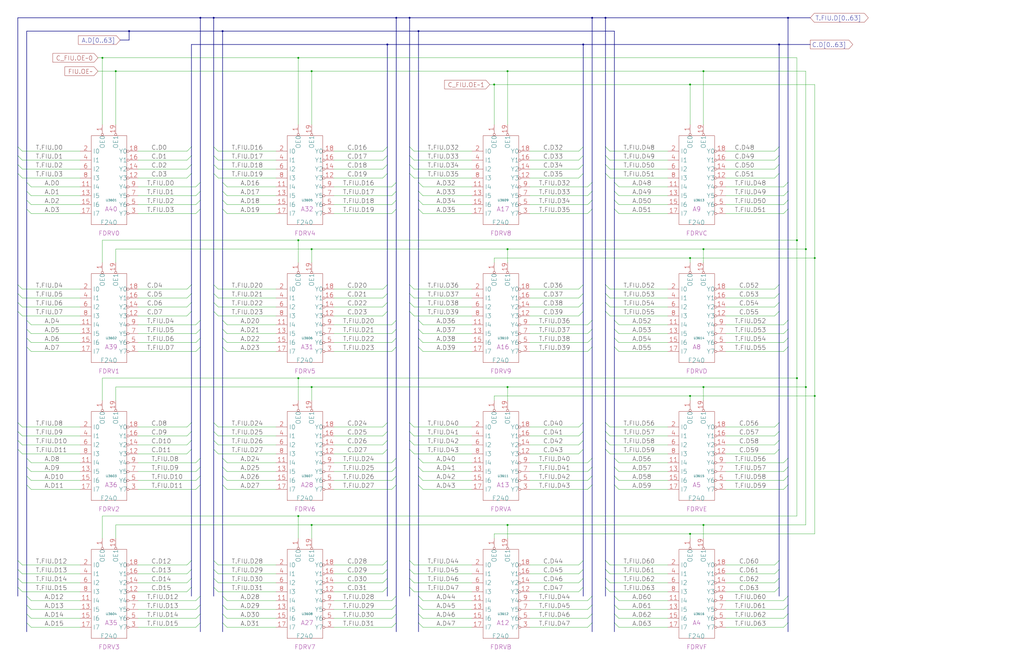
<source format=kicad_sch>
(kicad_sch (version 20230121) (generator eeschema)
  (paper "User" 584.2 378.46)
  (title_block (title "FIU DRIVER AND RECEIVER") (date "15-MAR-90") (rev "1.0") (comment 1 "TYPE") (comment 2 "232-003062") (comment 3 "S400") (comment 4 "RELEASED"))
  (junction (at 170.18 294.64))
  (junction (at 289.56 40.64))
  (junction (at 401.32 40.64))
  (junction (at 332.74 25.4))
  (junction (at 177.8 40.64))
  (junction (at 170.18 33.02))
  (junction (at 177.8 220.98))
  (junction (at 454.66 215.9))
  (junction (at 127 17.78))
  (junction (at 233.68 10.16))
  (junction (at 401.32 220.98))
  (junction (at 337.82 10.16))
  (junction (at 114.3 10.16))
  (junction (at 464.82 226.06))
  (junction (at 289.56 142.24))
  (junction (at 459.74 220.98))
  (junction (at 220.98 25.4))
  (junction (at 459.74 142.24))
  (junction (at 281.94 48.26))
  (junction (at 289.56 220.98))
  (junction (at 454.66 137.16))
  (junction (at 393.7 48.26))
  (junction (at 177.8 142.24))
  (junction (at 393.7 226.06))
  (junction (at 401.32 299.72))
  (junction (at 393.7 304.8))
  (junction (at 444.5 25.4))
  (junction (at 449.58 10.16))
  (junction (at 58.42 33.02))
  (junction (at 170.18 215.9))
  (junction (at 401.32 142.24))
  (junction (at 66.04 40.64))
  (junction (at 177.8 299.72))
  (junction (at 226.06 10.16))
  (junction (at 170.18 137.16))
  (junction (at 393.7 147.32))
  (junction (at 345.44 10.16))
  (junction (at 289.56 299.72))
  (junction (at 238.76 17.78))
  (junction (at 73.66 17.78))
  (junction (at 464.82 147.32))
  (junction (at 121.92 10.16))
  (bus_entry (at 345.44 320.04) (size 2.54 2.54))
  (bus_entry (at 121.92 177.8) (size 2.54 2.54))
  (bus_entry (at 121.92 99.06) (size 2.54 2.54))
  (bus_entry (at 345.44 251.46) (size 2.54 2.54))
  (bus_entry (at 337.82 355.6) (size -2.54 2.54))
  (bus_entry (at 109.22 320.04) (size -2.54 2.54))
  (bus_entry (at 226.06 276.86) (size -2.54 2.54))
  (bus_entry (at 345.44 177.8) (size 2.54 2.54))
  (bus_entry (at 345.44 162.56) (size 2.54 2.54))
  (bus_entry (at 220.98 88.9) (size -2.54 2.54))
  (bus_entry (at 127 104.14) (size 2.54 2.54))
  (bus_entry (at 444.5 99.06) (size -2.54 2.54))
  (bus_entry (at 10.16 162.56) (size 2.54 2.54))
  (bus_entry (at 15.24 261.62) (size 2.54 2.54))
  (bus_entry (at 444.5 330.2) (size -2.54 2.54))
  (bus_entry (at 114.3 355.6) (size -2.54 2.54))
  (bus_entry (at 337.82 340.36) (size -2.54 2.54))
  (bus_entry (at 109.22 325.12) (size -2.54 2.54))
  (bus_entry (at 10.16 172.72) (size 2.54 2.54))
  (bus_entry (at 127 340.36) (size 2.54 2.54))
  (bus_entry (at 226.06 109.22) (size -2.54 2.54))
  (bus_entry (at 127 271.78) (size 2.54 2.54))
  (bus_entry (at 121.92 167.64) (size 2.54 2.54))
  (bus_entry (at 345.44 335.28) (size 2.54 2.54))
  (bus_entry (at 238.76 355.6) (size 2.54 2.54))
  (bus_entry (at 350.52 355.6) (size 2.54 2.54))
  (bus_entry (at 226.06 114.3) (size -2.54 2.54))
  (bus_entry (at 114.3 340.36) (size -2.54 2.54))
  (bus_entry (at 233.68 330.2) (size 2.54 2.54))
  (bus_entry (at 233.68 246.38) (size 2.54 2.54))
  (bus_entry (at 109.22 93.98) (size -2.54 2.54))
  (bus_entry (at 350.52 182.88) (size 2.54 2.54))
  (bus_entry (at 350.52 340.36) (size 2.54 2.54))
  (bus_entry (at 350.52 104.14) (size 2.54 2.54))
  (bus_entry (at 220.98 83.82) (size -2.54 2.54))
  (bus_entry (at 350.52 114.3) (size 2.54 2.54))
  (bus_entry (at 345.44 167.64) (size 2.54 2.54))
  (bus_entry (at 226.06 193.04) (size -2.54 2.54))
  (bus_entry (at 220.98 330.2) (size -2.54 2.54))
  (bus_entry (at 350.52 198.12) (size 2.54 2.54))
  (bus_entry (at 114.3 104.14) (size -2.54 2.54))
  (bus_entry (at 233.68 172.72) (size 2.54 2.54))
  (bus_entry (at 10.16 246.38) (size 2.54 2.54))
  (bus_entry (at 109.22 162.56) (size -2.54 2.54))
  (bus_entry (at 449.58 350.52) (size -2.54 2.54))
  (bus_entry (at 345.44 325.12) (size 2.54 2.54))
  (bus_entry (at 114.3 276.86) (size -2.54 2.54))
  (bus_entry (at 449.58 119.38) (size -2.54 2.54))
  (bus_entry (at 121.92 251.46) (size 2.54 2.54))
  (bus_entry (at 449.58 193.04) (size -2.54 2.54))
  (bus_entry (at 10.16 88.9) (size 2.54 2.54))
  (bus_entry (at 345.44 172.72) (size 2.54 2.54))
  (bus_entry (at 127 276.86) (size 2.54 2.54))
  (bus_entry (at 226.06 271.78) (size -2.54 2.54))
  (bus_entry (at 109.22 83.82) (size -2.54 2.54))
  (bus_entry (at 449.58 276.86) (size -2.54 2.54))
  (bus_entry (at 449.58 109.22) (size -2.54 2.54))
  (bus_entry (at 10.16 330.2) (size 2.54 2.54))
  (bus_entry (at 15.24 345.44) (size 2.54 2.54))
  (bus_entry (at 121.92 320.04) (size 2.54 2.54))
  (bus_entry (at 114.3 350.52) (size -2.54 2.54))
  (bus_entry (at 226.06 345.44) (size -2.54 2.54))
  (bus_entry (at 121.92 325.12) (size 2.54 2.54))
  (bus_entry (at 449.58 340.36) (size -2.54 2.54))
  (bus_entry (at 15.24 340.36) (size 2.54 2.54))
  (bus_entry (at 127 345.44) (size 2.54 2.54))
  (bus_entry (at 10.16 251.46) (size 2.54 2.54))
  (bus_entry (at 121.92 172.72) (size 2.54 2.54))
  (bus_entry (at 238.76 350.52) (size 2.54 2.54))
  (bus_entry (at 345.44 99.06) (size 2.54 2.54))
  (bus_entry (at 109.22 99.06) (size -2.54 2.54))
  (bus_entry (at 114.3 109.22) (size -2.54 2.54))
  (bus_entry (at 444.5 320.04) (size -2.54 2.54))
  (bus_entry (at 109.22 241.3) (size -2.54 2.54))
  (bus_entry (at 114.3 261.62) (size -2.54 2.54))
  (bus_entry (at 220.98 177.8) (size -2.54 2.54))
  (bus_entry (at 220.98 325.12) (size -2.54 2.54))
  (bus_entry (at 345.44 88.9) (size 2.54 2.54))
  (bus_entry (at 121.92 83.82) (size 2.54 2.54))
  (bus_entry (at 233.68 320.04) (size 2.54 2.54))
  (bus_entry (at 233.68 99.06) (size 2.54 2.54))
  (bus_entry (at 226.06 340.36) (size -2.54 2.54))
  (bus_entry (at 15.24 182.88) (size 2.54 2.54))
  (bus_entry (at 220.98 246.38) (size -2.54 2.54))
  (bus_entry (at 444.5 256.54) (size -2.54 2.54))
  (bus_entry (at 114.3 345.44) (size -2.54 2.54))
  (bus_entry (at 238.76 276.86) (size 2.54 2.54))
  (bus_entry (at 449.58 261.62) (size -2.54 2.54))
  (bus_entry (at 332.74 162.56) (size -2.54 2.54))
  (bus_entry (at 15.24 266.7) (size 2.54 2.54))
  (bus_entry (at 10.16 83.82) (size 2.54 2.54))
  (bus_entry (at 127 355.6) (size 2.54 2.54))
  (bus_entry (at 345.44 93.98) (size 2.54 2.54))
  (bus_entry (at 114.3 271.78) (size -2.54 2.54))
  (bus_entry (at 109.22 251.46) (size -2.54 2.54))
  (bus_entry (at 109.22 246.38) (size -2.54 2.54))
  (bus_entry (at 15.24 114.3) (size 2.54 2.54))
  (bus_entry (at 238.76 109.22) (size 2.54 2.54))
  (bus_entry (at 233.68 251.46) (size 2.54 2.54))
  (bus_entry (at 226.06 187.96) (size -2.54 2.54))
  (bus_entry (at 233.68 256.54) (size 2.54 2.54))
  (bus_entry (at 114.3 119.38) (size -2.54 2.54))
  (bus_entry (at 337.82 187.96) (size -2.54 2.54))
  (bus_entry (at 337.82 182.88) (size -2.54 2.54))
  (bus_entry (at 10.16 320.04) (size 2.54 2.54))
  (bus_entry (at 345.44 241.3) (size 2.54 2.54))
  (bus_entry (at 127 187.96) (size 2.54 2.54))
  (bus_entry (at 109.22 330.2) (size -2.54 2.54))
  (bus_entry (at 121.92 246.38) (size 2.54 2.54))
  (bus_entry (at 449.58 104.14) (size -2.54 2.54))
  (bus_entry (at 444.5 241.3) (size -2.54 2.54))
  (bus_entry (at 332.74 256.54) (size -2.54 2.54))
  (bus_entry (at 337.82 350.52) (size -2.54 2.54))
  (bus_entry (at 109.22 256.54) (size -2.54 2.54))
  (bus_entry (at 449.58 266.7) (size -2.54 2.54))
  (bus_entry (at 226.06 261.62) (size -2.54 2.54))
  (bus_entry (at 444.5 335.28) (size -2.54 2.54))
  (bus_entry (at 220.98 167.64) (size -2.54 2.54))
  (bus_entry (at 238.76 187.96) (size 2.54 2.54))
  (bus_entry (at 10.16 335.28) (size 2.54 2.54))
  (bus_entry (at 15.24 355.6) (size 2.54 2.54))
  (bus_entry (at 233.68 162.56) (size 2.54 2.54))
  (bus_entry (at 238.76 193.04) (size 2.54 2.54))
  (bus_entry (at 15.24 109.22) (size 2.54 2.54))
  (bus_entry (at 233.68 83.82) (size 2.54 2.54))
  (bus_entry (at 233.68 88.9) (size 2.54 2.54))
  (bus_entry (at 449.58 198.12) (size -2.54 2.54))
  (bus_entry (at 127 109.22) (size 2.54 2.54))
  (bus_entry (at 337.82 261.62) (size -2.54 2.54))
  (bus_entry (at 444.5 246.38) (size -2.54 2.54))
  (bus_entry (at 121.92 162.56) (size 2.54 2.54))
  (bus_entry (at 345.44 256.54) (size 2.54 2.54))
  (bus_entry (at 121.92 335.28) (size 2.54 2.54))
  (bus_entry (at 444.5 162.56) (size -2.54 2.54))
  (bus_entry (at 444.5 325.12) (size -2.54 2.54))
  (bus_entry (at 226.06 355.6) (size -2.54 2.54))
  (bus_entry (at 121.92 256.54) (size 2.54 2.54))
  (bus_entry (at 350.52 345.44) (size 2.54 2.54))
  (bus_entry (at 350.52 266.7) (size 2.54 2.54))
  (bus_entry (at 220.98 162.56) (size -2.54 2.54))
  (bus_entry (at 10.16 256.54) (size 2.54 2.54))
  (bus_entry (at 238.76 198.12) (size 2.54 2.54))
  (bus_entry (at 226.06 104.14) (size -2.54 2.54))
  (bus_entry (at 444.5 88.9) (size -2.54 2.54))
  (bus_entry (at 350.52 271.78) (size 2.54 2.54))
  (bus_entry (at 233.68 325.12) (size 2.54 2.54))
  (bus_entry (at 114.3 193.04) (size -2.54 2.54))
  (bus_entry (at 226.06 350.52) (size -2.54 2.54))
  (bus_entry (at 332.74 167.64) (size -2.54 2.54))
  (bus_entry (at 220.98 241.3) (size -2.54 2.54))
  (bus_entry (at 337.82 119.38) (size -2.54 2.54))
  (bus_entry (at 238.76 261.62) (size 2.54 2.54))
  (bus_entry (at 15.24 271.78) (size 2.54 2.54))
  (bus_entry (at 449.58 187.96) (size -2.54 2.54))
  (bus_entry (at 127 193.04) (size 2.54 2.54))
  (bus_entry (at 121.92 88.9) (size 2.54 2.54))
  (bus_entry (at 337.82 266.7) (size -2.54 2.54))
  (bus_entry (at 332.74 172.72) (size -2.54 2.54))
  (bus_entry (at 444.5 177.8) (size -2.54 2.54))
  (bus_entry (at 109.22 177.8) (size -2.54 2.54))
  (bus_entry (at 109.22 335.28) (size -2.54 2.54))
  (bus_entry (at 337.82 276.86) (size -2.54 2.54))
  (bus_entry (at 114.3 182.88) (size -2.54 2.54))
  (bus_entry (at 337.82 109.22) (size -2.54 2.54))
  (bus_entry (at 444.5 167.64) (size -2.54 2.54))
  (bus_entry (at 15.24 198.12) (size 2.54 2.54))
  (bus_entry (at 449.58 114.3) (size -2.54 2.54))
  (bus_entry (at 220.98 93.98) (size -2.54 2.54))
  (bus_entry (at 15.24 119.38) (size 2.54 2.54))
  (bus_entry (at 238.76 345.44) (size 2.54 2.54))
  (bus_entry (at 233.68 177.8) (size 2.54 2.54))
  (bus_entry (at 444.5 251.46) (size -2.54 2.54))
  (bus_entry (at 15.24 104.14) (size 2.54 2.54))
  (bus_entry (at 444.5 83.82) (size -2.54 2.54))
  (bus_entry (at 109.22 172.72) (size -2.54 2.54))
  (bus_entry (at 15.24 193.04) (size 2.54 2.54))
  (bus_entry (at 238.76 271.78) (size 2.54 2.54))
  (bus_entry (at 233.68 335.28) (size 2.54 2.54))
  (bus_entry (at 238.76 182.88) (size 2.54 2.54))
  (bus_entry (at 332.74 83.82) (size -2.54 2.54))
  (bus_entry (at 238.76 340.36) (size 2.54 2.54))
  (bus_entry (at 238.76 114.3) (size 2.54 2.54))
  (bus_entry (at 220.98 256.54) (size -2.54 2.54))
  (bus_entry (at 226.06 182.88) (size -2.54 2.54))
  (bus_entry (at 337.82 271.78) (size -2.54 2.54))
  (bus_entry (at 10.16 93.98) (size 2.54 2.54))
  (bus_entry (at 114.3 187.96) (size -2.54 2.54))
  (bus_entry (at 127 182.88) (size 2.54 2.54))
  (bus_entry (at 337.82 114.3) (size -2.54 2.54))
  (bus_entry (at 127 350.52) (size 2.54 2.54))
  (bus_entry (at 127 114.3) (size 2.54 2.54))
  (bus_entry (at 332.74 99.06) (size -2.54 2.54))
  (bus_entry (at 10.16 241.3) (size 2.54 2.54))
  (bus_entry (at 220.98 335.28) (size -2.54 2.54))
  (bus_entry (at 449.58 345.44) (size -2.54 2.54))
  (bus_entry (at 332.74 246.38) (size -2.54 2.54))
  (bus_entry (at 121.92 93.98) (size 2.54 2.54))
  (bus_entry (at 337.82 104.14) (size -2.54 2.54))
  (bus_entry (at 127 266.7) (size 2.54 2.54))
  (bus_entry (at 114.3 114.3) (size -2.54 2.54))
  (bus_entry (at 114.3 198.12) (size -2.54 2.54))
  (bus_entry (at 109.22 167.64) (size -2.54 2.54))
  (bus_entry (at 10.16 99.06) (size 2.54 2.54))
  (bus_entry (at 127 261.62) (size 2.54 2.54))
  (bus_entry (at 332.74 177.8) (size -2.54 2.54))
  (bus_entry (at 332.74 320.04) (size -2.54 2.54))
  (bus_entry (at 337.82 198.12) (size -2.54 2.54))
  (bus_entry (at 109.22 88.9) (size -2.54 2.54))
  (bus_entry (at 10.16 177.8) (size 2.54 2.54))
  (bus_entry (at 220.98 99.06) (size -2.54 2.54))
  (bus_entry (at 233.68 241.3) (size 2.54 2.54))
  (bus_entry (at 332.74 330.2) (size -2.54 2.54))
  (bus_entry (at 233.68 93.98) (size 2.54 2.54))
  (bus_entry (at 238.76 266.7) (size 2.54 2.54))
  (bus_entry (at 332.74 251.46) (size -2.54 2.54))
  (bus_entry (at 233.68 167.64) (size 2.54 2.54))
  (bus_entry (at 350.52 187.96) (size 2.54 2.54))
  (bus_entry (at 444.5 172.72) (size -2.54 2.54))
  (bus_entry (at 238.76 104.14) (size 2.54 2.54))
  (bus_entry (at 220.98 320.04) (size -2.54 2.54))
  (bus_entry (at 337.82 345.44) (size -2.54 2.54))
  (bus_entry (at 337.82 193.04) (size -2.54 2.54))
  (bus_entry (at 238.76 119.38) (size 2.54 2.54))
  (bus_entry (at 345.44 83.82) (size 2.54 2.54))
  (bus_entry (at 332.74 93.98) (size -2.54 2.54))
  (bus_entry (at 350.52 119.38) (size 2.54 2.54))
  (bus_entry (at 350.52 261.62) (size 2.54 2.54))
  (bus_entry (at 350.52 276.86) (size 2.54 2.54))
  (bus_entry (at 15.24 350.52) (size 2.54 2.54))
  (bus_entry (at 332.74 335.28) (size -2.54 2.54))
  (bus_entry (at 220.98 251.46) (size -2.54 2.54))
  (bus_entry (at 127 119.38) (size 2.54 2.54))
  (bus_entry (at 449.58 182.88) (size -2.54 2.54))
  (bus_entry (at 332.74 88.9) (size -2.54 2.54))
  (bus_entry (at 10.16 167.64) (size 2.54 2.54))
  (bus_entry (at 121.92 330.2) (size 2.54 2.54))
  (bus_entry (at 226.06 266.7) (size -2.54 2.54))
  (bus_entry (at 226.06 198.12) (size -2.54 2.54))
  (bus_entry (at 350.52 193.04) (size 2.54 2.54))
  (bus_entry (at 444.5 93.98) (size -2.54 2.54))
  (bus_entry (at 332.74 241.3) (size -2.54 2.54))
  (bus_entry (at 332.74 325.12) (size -2.54 2.54))
  (bus_entry (at 114.3 266.7) (size -2.54 2.54))
  (bus_entry (at 220.98 172.72) (size -2.54 2.54))
  (bus_entry (at 226.06 119.38) (size -2.54 2.54))
  (bus_entry (at 127 198.12) (size 2.54 2.54))
  (bus_entry (at 449.58 355.6) (size -2.54 2.54))
  (bus_entry (at 345.44 330.2) (size 2.54 2.54))
  (bus_entry (at 15.24 187.96) (size 2.54 2.54))
  (bus_entry (at 350.52 109.22) (size 2.54 2.54))
  (bus_entry (at 350.52 350.52) (size 2.54 2.54))
  (bus_entry (at 345.44 246.38) (size 2.54 2.54))
  (bus_entry (at 15.24 276.86) (size 2.54 2.54))
  (bus_entry (at 10.16 325.12) (size 2.54 2.54))
  (bus_entry (at 449.58 271.78) (size -2.54 2.54))
  (bus_entry (at 121.92 241.3) (size 2.54 2.54))
  (wire (pts (xy 401.32 40.64) (xy 459.74 40.64)))
  (wire (pts (xy 129.54 106.68) (xy 157.48 106.68)))
  (bus (pts (xy 121.92 83.82) (xy 121.92 88.9)))
  (bus (pts (xy 226.06 10.16) (xy 233.68 10.16)))
  (bus (pts (xy 345.44 99.06) (xy 345.44 162.56)))
  (bus (pts (xy 10.16 251.46) (xy 10.16 256.54)))
  (wire (pts (xy 170.18 294.64) (xy 58.42 294.64)))
  (wire (pts (xy 464.82 226.06) (xy 464.82 304.8)))
  (wire (pts (xy 129.54 353.06) (xy 157.48 353.06)))
  (wire (pts (xy 347.98 96.52) (xy 381 96.52)))
  (bus (pts (xy 220.98 93.98) (xy 220.98 99.06)))
  (bus (pts (xy 114.3 10.16) (xy 121.92 10.16)))
  (bus (pts (xy 15.24 182.88) (xy 15.24 187.96)))
  (bus (pts (xy 226.06 266.7) (xy 226.06 271.78)))
  (bus (pts (xy 114.3 119.38) (xy 114.3 182.88)))
  (bus (pts (xy 15.24 193.04) (xy 15.24 198.12)))
  (wire (pts (xy 78.74 264.16) (xy 111.76 264.16)))
  (wire (pts (xy 55.88 40.64) (xy 66.04 40.64)))
  (wire (pts (xy 289.56 142.24) (xy 289.56 149.86)))
  (wire (pts (xy 236.22 332.74) (xy 269.24 332.74)))
  (bus (pts (xy 345.44 167.64) (xy 345.44 172.72)))
  (wire (pts (xy 78.74 322.58) (xy 106.68 322.58)))
  (wire (pts (xy 414.02 190.5) (xy 447.04 190.5)))
  (bus (pts (xy 127 104.14) (xy 127 109.22)))
  (wire (pts (xy 401.32 220.98) (xy 401.32 228.6)))
  (wire (pts (xy 78.74 248.92) (xy 106.68 248.92)))
  (bus (pts (xy 121.92 256.54) (xy 121.92 320.04)))
  (wire (pts (xy 190.5 200.66) (xy 223.52 200.66)))
  (wire (pts (xy 302.26 353.06) (xy 335.28 353.06)))
  (bus (pts (xy 109.22 251.46) (xy 109.22 256.54)))
  (wire (pts (xy 302.26 259.08) (xy 330.2 259.08)))
  (wire (pts (xy 414.02 269.24) (xy 447.04 269.24)))
  (bus (pts (xy 220.98 177.8) (xy 220.98 241.3)))
  (bus (pts (xy 337.82 261.62) (xy 337.82 266.7)))
  (bus (pts (xy 337.82 345.44) (xy 337.82 350.52)))
  (bus (pts (xy 15.24 340.36) (xy 15.24 345.44)))
  (bus (pts (xy 345.44 10.16) (xy 345.44 83.82)))
  (wire (pts (xy 66.04 142.24) (xy 177.8 142.24)))
  (wire (pts (xy 353.06 358.14) (xy 381 358.14)))
  (wire (pts (xy 347.98 91.44) (xy 381 91.44)))
  (wire (pts (xy 414.02 106.68) (xy 447.04 106.68)))
  (wire (pts (xy 78.74 96.52) (xy 106.68 96.52)))
  (bus (pts (xy 226.06 198.12) (xy 226.06 261.62)))
  (wire (pts (xy 12.7 86.36) (xy 45.72 86.36)))
  (wire (pts (xy 236.22 86.36) (xy 269.24 86.36)))
  (bus (pts (xy 10.16 172.72) (xy 10.16 177.8)))
  (wire (pts (xy 17.78 358.14) (xy 45.72 358.14)))
  (bus (pts (xy 233.68 246.38) (xy 233.68 251.46)))
  (bus (pts (xy 337.82 10.16) (xy 345.44 10.16)))
  (wire (pts (xy 78.74 190.5) (xy 111.76 190.5)))
  (bus (pts (xy 332.74 99.06) (xy 332.74 162.56)))
  (bus (pts (xy 226.06 340.36) (xy 226.06 345.44)))
  (wire (pts (xy 66.04 299.72) (xy 66.04 307.34)))
  (bus (pts (xy 337.82 187.96) (xy 337.82 193.04)))
  (bus (pts (xy 73.66 17.78) (xy 127 17.78)))
  (bus (pts (xy 238.76 119.38) (xy 238.76 182.88)))
  (wire (pts (xy 414.02 96.52) (xy 441.96 96.52)))
  (wire (pts (xy 170.18 33.02) (xy 454.66 33.02)))
  (wire (pts (xy 353.06 274.32) (xy 381 274.32)))
  (bus (pts (xy 109.22 177.8) (xy 109.22 241.3)))
  (wire (pts (xy 190.5 165.1) (xy 218.44 165.1)))
  (wire (pts (xy 347.98 180.34) (xy 381 180.34)))
  (wire (pts (xy 414.02 200.66) (xy 447.04 200.66)))
  (bus (pts (xy 226.06 261.62) (xy 226.06 266.7)))
  (wire (pts (xy 78.74 327.66) (xy 106.68 327.66)))
  (bus (pts (xy 337.82 10.16) (xy 337.82 104.14)))
  (wire (pts (xy 236.22 91.44) (xy 269.24 91.44)))
  (wire (pts (xy 190.5 332.74) (xy 218.44 332.74)))
  (bus (pts (xy 449.58 10.16) (xy 449.58 104.14)))
  (bus (pts (xy 238.76 114.3) (xy 238.76 119.38)))
  (wire (pts (xy 454.66 137.16) (xy 454.66 215.9)))
  (bus (pts (xy 114.3 187.96) (xy 114.3 193.04)))
  (bus (pts (xy 109.22 25.4) (xy 220.98 25.4)))
  (bus (pts (xy 15.24 187.96) (xy 15.24 193.04)))
  (wire (pts (xy 464.82 304.8) (xy 393.7 304.8)))
  (wire (pts (xy 177.8 142.24) (xy 177.8 149.86)))
  (bus (pts (xy 10.16 246.38) (xy 10.16 251.46)))
  (wire (pts (xy 12.7 248.92) (xy 45.72 248.92)))
  (bus (pts (xy 332.74 162.56) (xy 332.74 167.64)))
  (wire (pts (xy 17.78 121.92) (xy 45.72 121.92)))
  (bus (pts (xy 444.5 177.8) (xy 444.5 241.3)))
  (wire (pts (xy 241.3 264.16) (xy 269.24 264.16)))
  (wire (pts (xy 302.26 337.82) (xy 330.2 337.82)))
  (bus (pts (xy 238.76 198.12) (xy 238.76 261.62)))
  (wire (pts (xy 236.22 180.34) (xy 269.24 180.34)))
  (wire (pts (xy 401.32 40.64) (xy 401.32 71.12)))
  (bus (pts (xy 220.98 251.46) (xy 220.98 256.54)))
  (bus (pts (xy 121.92 10.16) (xy 121.92 83.82)))
  (wire (pts (xy 414.02 86.36) (xy 441.96 86.36)))
  (wire (pts (xy 302.26 101.6) (xy 330.2 101.6)))
  (wire (pts (xy 302.26 111.76) (xy 335.28 111.76)))
  (wire (pts (xy 393.7 48.26) (xy 393.7 71.12)))
  (wire (pts (xy 190.5 121.92) (xy 223.52 121.92)))
  (wire (pts (xy 353.06 279.4) (xy 381 279.4)))
  (wire (pts (xy 170.18 137.16) (xy 170.18 149.86)))
  (bus (pts (xy 121.92 330.2) (xy 121.92 335.28)))
  (wire (pts (xy 78.74 353.06) (xy 111.76 353.06)))
  (bus (pts (xy 10.16 335.28) (xy 10.16 340.36)))
  (wire (pts (xy 347.98 86.36) (xy 381 86.36)))
  (wire (pts (xy 236.22 248.92) (xy 269.24 248.92)))
  (bus (pts (xy 226.06 350.52) (xy 226.06 355.6)))
  (wire (pts (xy 393.7 304.8) (xy 393.7 307.34)))
  (wire (pts (xy 12.7 327.66) (xy 45.72 327.66)))
  (bus (pts (xy 337.82 193.04) (xy 337.82 198.12)))
  (wire (pts (xy 289.56 299.72) (xy 177.8 299.72)))
  (bus (pts (xy 121.92 10.16) (xy 226.06 10.16)))
  (wire (pts (xy 66.04 142.24) (xy 66.04 149.86)))
  (wire (pts (xy 129.54 264.16) (xy 157.48 264.16)))
  (bus (pts (xy 444.5 251.46) (xy 444.5 256.54)))
  (bus (pts (xy 114.3 355.6) (xy 114.3 360.68)))
  (wire (pts (xy 58.42 33.02) (xy 58.42 71.12)))
  (wire (pts (xy 66.04 220.98) (xy 177.8 220.98)))
  (bus (pts (xy 127 193.04) (xy 127 198.12)))
  (wire (pts (xy 190.5 111.76) (xy 223.52 111.76)))
  (bus (pts (xy 220.98 335.28) (xy 220.98 340.36)))
  (wire (pts (xy 58.42 137.16) (xy 170.18 137.16)))
  (wire (pts (xy 401.32 299.72) (xy 401.32 307.34)))
  (wire (pts (xy 17.78 106.68) (xy 45.72 106.68)))
  (wire (pts (xy 414.02 264.16) (xy 447.04 264.16)))
  (bus (pts (xy 114.3 109.22) (xy 114.3 114.3)))
  (wire (pts (xy 414.02 274.32) (xy 447.04 274.32)))
  (wire (pts (xy 17.78 279.4) (xy 45.72 279.4)))
  (bus (pts (xy 332.74 167.64) (xy 332.74 172.72)))
  (bus (pts (xy 449.58 276.86) (xy 449.58 340.36)))
  (bus (pts (xy 337.82 104.14) (xy 337.82 109.22)))
  (wire (pts (xy 302.26 121.92) (xy 335.28 121.92)))
  (wire (pts (xy 58.42 215.9) (xy 58.42 228.6)))
  (bus (pts (xy 337.82 198.12) (xy 337.82 261.62)))
  (bus (pts (xy 332.74 93.98) (xy 332.74 99.06)))
  (bus (pts (xy 444.5 83.82) (xy 444.5 88.9)))
  (wire (pts (xy 12.7 337.82) (xy 45.72 337.82)))
  (wire (pts (xy 454.66 33.02) (xy 454.66 137.16)))
  (wire (pts (xy 58.42 33.02) (xy 170.18 33.02)))
  (wire (pts (xy 302.26 190.5) (xy 335.28 190.5)))
  (wire (pts (xy 401.32 142.24) (xy 459.74 142.24)))
  (wire (pts (xy 124.46 86.36) (xy 157.48 86.36)))
  (wire (pts (xy 241.3 200.66) (xy 269.24 200.66)))
  (wire (pts (xy 302.26 185.42) (xy 335.28 185.42)))
  (bus (pts (xy 350.52 104.14) (xy 350.52 109.22)))
  (wire (pts (xy 302.26 86.36) (xy 330.2 86.36)))
  (wire (pts (xy 414.02 254) (xy 441.96 254)))
  (bus (pts (xy 10.16 325.12) (xy 10.16 330.2)))
  (bus (pts (xy 332.74 172.72) (xy 332.74 177.8)))
  (wire (pts (xy 78.74 185.42) (xy 111.76 185.42)))
  (bus (pts (xy 350.52 340.36) (xy 350.52 345.44)))
  (bus (pts (xy 127 355.6) (xy 127 360.68)))
  (wire (pts (xy 414.02 248.92) (xy 441.96 248.92)))
  (wire (pts (xy 241.3 358.14) (xy 269.24 358.14)))
  (wire (pts (xy 401.32 299.72) (xy 289.56 299.72)))
  (wire (pts (xy 347.98 337.82) (xy 381 337.82)))
  (bus (pts (xy 220.98 330.2) (xy 220.98 335.28)))
  (wire (pts (xy 347.98 165.1) (xy 381 165.1)))
  (wire (pts (xy 12.7 322.58) (xy 45.72 322.58)))
  (wire (pts (xy 78.74 165.1) (xy 106.68 165.1)))
  (wire (pts (xy 347.98 248.92) (xy 381 248.92)))
  (bus (pts (xy 233.68 172.72) (xy 233.68 177.8)))
  (bus (pts (xy 345.44 241.3) (xy 345.44 246.38)))
  (bus (pts (xy 127 17.78) (xy 127 104.14)))
  (wire (pts (xy 177.8 40.64) (xy 289.56 40.64)))
  (wire (pts (xy 17.78 264.16) (xy 45.72 264.16)))
  (bus (pts (xy 226.06 10.16) (xy 226.06 104.14)))
  (bus (pts (xy 109.22 93.98) (xy 109.22 99.06)))
  (bus (pts (xy 337.82 182.88) (xy 337.82 187.96)))
  (wire (pts (xy 353.06 116.84) (xy 381 116.84)))
  (wire (pts (xy 401.32 220.98) (xy 459.74 220.98)))
  (bus (pts (xy 226.06 276.86) (xy 226.06 340.36)))
  (wire (pts (xy 12.7 91.44) (xy 45.72 91.44)))
  (bus (pts (xy 345.44 10.16) (xy 449.58 10.16)))
  (wire (pts (xy 414.02 175.26) (xy 441.96 175.26)))
  (wire (pts (xy 78.74 269.24) (xy 111.76 269.24)))
  (bus (pts (xy 109.22 162.56) (xy 109.22 167.64)))
  (wire (pts (xy 190.5 101.6) (xy 218.44 101.6)))
  (wire (pts (xy 241.3 274.32) (xy 269.24 274.32)))
  (wire (pts (xy 190.5 170.18) (xy 218.44 170.18)))
  (bus (pts (xy 226.06 193.04) (xy 226.06 198.12)))
  (wire (pts (xy 454.66 215.9) (xy 454.66 294.64)))
  (bus (pts (xy 114.3 104.14) (xy 114.3 109.22)))
  (bus (pts (xy 238.76 350.52) (xy 238.76 355.6)))
  (wire (pts (xy 58.42 215.9) (xy 170.18 215.9)))
  (wire (pts (xy 12.7 259.08) (xy 45.72 259.08)))
  (wire (pts (xy 124.46 248.92) (xy 157.48 248.92)))
  (bus (pts (xy 345.44 320.04) (xy 345.44 325.12)))
  (wire (pts (xy 78.74 200.66) (xy 111.76 200.66)))
  (wire (pts (xy 414.02 185.42) (xy 447.04 185.42)))
  (bus (pts (xy 332.74 83.82) (xy 332.74 88.9)))
  (bus (pts (xy 114.3 340.36) (xy 114.3 345.44)))
  (bus (pts (xy 449.58 350.52) (xy 449.58 355.6)))
  (wire (pts (xy 190.5 347.98) (xy 223.52 347.98)))
  (wire (pts (xy 17.78 195.58) (xy 45.72 195.58)))
  (wire (pts (xy 129.54 195.58) (xy 157.48 195.58)))
  (bus (pts (xy 114.3 114.3) (xy 114.3 119.38)))
  (bus (pts (xy 238.76 266.7) (xy 238.76 271.78)))
  (bus (pts (xy 332.74 251.46) (xy 332.74 256.54)))
  (bus (pts (xy 337.82 276.86) (xy 337.82 340.36)))
  (wire (pts (xy 78.74 106.68) (xy 111.76 106.68)))
  (bus (pts (xy 15.24 355.6) (xy 15.24 360.68)))
  (wire (pts (xy 177.8 220.98) (xy 177.8 228.6)))
  (bus (pts (xy 220.98 25.4) (xy 332.74 25.4)))
  (wire (pts (xy 347.98 332.74) (xy 381 332.74)))
  (bus (pts (xy 233.68 10.16) (xy 233.68 83.82)))
  (bus (pts (xy 337.82 355.6) (xy 337.82 360.68)))
  (wire (pts (xy 190.5 259.08) (xy 218.44 259.08)))
  (bus (pts (xy 114.3 193.04) (xy 114.3 198.12)))
  (wire (pts (xy 124.46 337.82) (xy 157.48 337.82)))
  (bus (pts (xy 345.44 256.54) (xy 345.44 320.04)))
  (wire (pts (xy 353.06 264.16) (xy 381 264.16)))
  (wire (pts (xy 353.06 111.76) (xy 381 111.76)))
  (wire (pts (xy 281.94 147.32) (xy 281.94 149.86)))
  (wire (pts (xy 241.3 121.92) (xy 269.24 121.92)))
  (bus (pts (xy 444.5 88.9) (xy 444.5 93.98)))
  (wire (pts (xy 414.02 332.74) (xy 441.96 332.74)))
  (bus (pts (xy 114.3 350.52) (xy 114.3 355.6)))
  (bus (pts (xy 238.76 276.86) (xy 238.76 340.36)))
  (bus (pts (xy 238.76 182.88) (xy 238.76 187.96)))
  (bus (pts (xy 121.92 88.9) (xy 121.92 93.98)))
  (bus (pts (xy 15.24 261.62) (xy 15.24 266.7)))
  (wire (pts (xy 190.5 269.24) (xy 223.52 269.24)))
  (bus (pts (xy 109.22 241.3) (xy 109.22 246.38)))
  (bus (pts (xy 109.22 256.54) (xy 109.22 320.04)))
  (bus (pts (xy 15.24 350.52) (xy 15.24 355.6)))
  (wire (pts (xy 289.56 299.72) (xy 289.56 307.34)))
  (bus (pts (xy 350.52 345.44) (xy 350.52 350.52)))
  (wire (pts (xy 190.5 91.44) (xy 218.44 91.44)))
  (bus (pts (xy 444.5 25.4) (xy 444.5 83.82)))
  (wire (pts (xy 190.5 327.66) (xy 218.44 327.66)))
  (bus (pts (xy 109.22 172.72) (xy 109.22 177.8)))
  (bus (pts (xy 10.16 330.2) (xy 10.16 335.28)))
  (bus (pts (xy 444.5 256.54) (xy 444.5 320.04)))
  (bus (pts (xy 233.68 241.3) (xy 233.68 246.38)))
  (wire (pts (xy 353.06 353.06) (xy 381 353.06)))
  (bus (pts (xy 10.16 320.04) (xy 10.16 325.12)))
  (bus (pts (xy 238.76 355.6) (xy 238.76 360.68)))
  (wire (pts (xy 241.3 279.4) (xy 269.24 279.4)))
  (bus (pts (xy 345.44 330.2) (xy 345.44 335.28)))
  (bus (pts (xy 449.58 261.62) (xy 449.58 266.7)))
  (bus (pts (xy 121.92 177.8) (xy 121.92 241.3)))
  (wire (pts (xy 17.78 116.84) (xy 45.72 116.84)))
  (wire (pts (xy 353.06 195.58) (xy 381 195.58)))
  (bus (pts (xy 332.74 335.28) (xy 332.74 340.36)))
  (wire (pts (xy 17.78 353.06) (xy 45.72 353.06)))
  (wire (pts (xy 414.02 279.4) (xy 447.04 279.4)))
  (wire (pts (xy 236.22 96.52) (xy 269.24 96.52)))
  (wire (pts (xy 281.94 71.12) (xy 281.94 48.26)))
  (wire (pts (xy 236.22 243.84) (xy 269.24 243.84)))
  (wire (pts (xy 353.06 106.68) (xy 381 106.68)))
  (bus (pts (xy 109.22 167.64) (xy 109.22 172.72)))
  (wire (pts (xy 414.02 358.14) (xy 447.04 358.14)))
  (bus (pts (xy 350.52 266.7) (xy 350.52 271.78)))
  (bus (pts (xy 10.16 10.16) (xy 10.16 83.82)))
  (bus (pts (xy 449.58 266.7) (xy 449.58 271.78)))
  (wire (pts (xy 78.74 86.36) (xy 106.68 86.36)))
  (bus (pts (xy 238.76 104.14) (xy 238.76 109.22)))
  (bus (pts (xy 15.24 119.38) (xy 15.24 182.88)))
  (wire (pts (xy 414.02 121.92) (xy 447.04 121.92)))
  (wire (pts (xy 302.26 175.26) (xy 330.2 175.26)))
  (bus (pts (xy 350.52 17.78) (xy 350.52 104.14)))
  (bus (pts (xy 121.92 167.64) (xy 121.92 172.72)))
  (bus (pts (xy 233.68 167.64) (xy 233.68 172.72)))
  (bus (pts (xy 109.22 25.4) (xy 109.22 83.82)))
  (bus (pts (xy 233.68 251.46) (xy 233.68 256.54)))
  (bus (pts (xy 238.76 17.78) (xy 350.52 17.78)))
  (wire (pts (xy 78.74 101.6) (xy 106.68 101.6)))
  (wire (pts (xy 66.04 40.64) (xy 177.8 40.64)))
  (wire (pts (xy 124.46 175.26) (xy 157.48 175.26)))
  (wire (pts (xy 124.46 180.34) (xy 157.48 180.34)))
  (bus (pts (xy 332.74 25.4) (xy 444.5 25.4)))
  (bus (pts (xy 220.98 83.82) (xy 220.98 88.9)))
  (wire (pts (xy 129.54 200.66) (xy 157.48 200.66)))
  (wire (pts (xy 170.18 215.9) (xy 454.66 215.9)))
  (wire (pts (xy 289.56 40.64) (xy 401.32 40.64)))
  (wire (pts (xy 129.54 190.5) (xy 157.48 190.5)))
  (wire (pts (xy 78.74 170.18) (xy 106.68 170.18)))
  (bus (pts (xy 233.68 335.28) (xy 233.68 340.36)))
  (bus (pts (xy 233.68 325.12) (xy 233.68 330.2)))
  (bus (pts (xy 449.58 104.14) (xy 449.58 109.22)))
  (wire (pts (xy 347.98 322.58) (xy 381 322.58)))
  (bus (pts (xy 109.22 335.28) (xy 109.22 340.36)))
  (wire (pts (xy 289.56 142.24) (xy 401.32 142.24)))
  (bus (pts (xy 444.5 320.04) (xy 444.5 325.12)))
  (wire (pts (xy 124.46 91.44) (xy 157.48 91.44)))
  (bus (pts (xy 15.24 114.3) (xy 15.24 119.38)))
  (bus (pts (xy 10.16 93.98) (xy 10.16 99.06)))
  (wire (pts (xy 236.22 170.18) (xy 269.24 170.18)))
  (bus (pts (xy 350.52 182.88) (xy 350.52 187.96)))
  (wire (pts (xy 78.74 121.92) (xy 111.76 121.92)))
  (wire (pts (xy 302.26 180.34) (xy 330.2 180.34)))
  (bus (pts (xy 332.74 241.3) (xy 332.74 246.38)))
  (bus (pts (xy 220.98 241.3) (xy 220.98 246.38)))
  (bus (pts (xy 332.74 25.4) (xy 332.74 83.82)))
  (wire (pts (xy 124.46 243.84) (xy 157.48 243.84)))
  (bus (pts (xy 350.52 109.22) (xy 350.52 114.3)))
  (wire (pts (xy 190.5 337.82) (xy 218.44 337.82)))
  (wire (pts (xy 347.98 327.66) (xy 381 327.66)))
  (wire (pts (xy 124.46 101.6) (xy 157.48 101.6)))
  (wire (pts (xy 78.74 337.82) (xy 106.68 337.82)))
  (wire (pts (xy 393.7 226.06) (xy 393.7 228.6)))
  (bus (pts (xy 233.68 99.06) (xy 233.68 162.56)))
  (wire (pts (xy 353.06 190.5) (xy 381 190.5)))
  (wire (pts (xy 281.94 48.26) (xy 393.7 48.26)))
  (bus (pts (xy 121.92 241.3) (xy 121.92 246.38)))
  (bus (pts (xy 127 340.36) (xy 127 345.44)))
  (wire (pts (xy 78.74 175.26) (xy 106.68 175.26)))
  (bus (pts (xy 337.82 350.52) (xy 337.82 355.6)))
  (wire (pts (xy 177.8 40.64) (xy 177.8 71.12)))
  (wire (pts (xy 302.26 195.58) (xy 335.28 195.58)))
  (bus (pts (xy 449.58 182.88) (xy 449.58 187.96)))
  (wire (pts (xy 236.22 259.08) (xy 269.24 259.08)))
  (bus (pts (xy 114.3 271.78) (xy 114.3 276.86)))
  (wire (pts (xy 129.54 274.32) (xy 157.48 274.32)))
  (wire (pts (xy 129.54 342.9) (xy 157.48 342.9)))
  (bus (pts (xy 345.44 83.82) (xy 345.44 88.9)))
  (bus (pts (xy 337.82 271.78) (xy 337.82 276.86)))
  (wire (pts (xy 281.94 147.32) (xy 393.7 147.32)))
  (bus (pts (xy 121.92 251.46) (xy 121.92 256.54)))
  (wire (pts (xy 190.5 264.16) (xy 223.52 264.16)))
  (bus (pts (xy 444.5 246.38) (xy 444.5 251.46)))
  (bus (pts (xy 345.44 177.8) (xy 345.44 241.3)))
  (bus (pts (xy 238.76 17.78) (xy 238.76 104.14)))
  (bus (pts (xy 345.44 162.56) (xy 345.44 167.64)))
  (wire (pts (xy 414.02 195.58) (xy 447.04 195.58)))
  (bus (pts (xy 332.74 246.38) (xy 332.74 251.46)))
  (bus (pts (xy 109.22 88.9) (xy 109.22 93.98)))
  (wire (pts (xy 78.74 342.9) (xy 111.76 342.9)))
  (wire (pts (xy 66.04 40.64) (xy 66.04 71.12)))
  (wire (pts (xy 129.54 269.24) (xy 157.48 269.24)))
  (wire (pts (xy 302.26 165.1) (xy 330.2 165.1)))
  (bus (pts (xy 332.74 256.54) (xy 332.74 320.04)))
  (bus (pts (xy 238.76 261.62) (xy 238.76 266.7)))
  (bus (pts (xy 332.74 320.04) (xy 332.74 325.12)))
  (bus (pts (xy 127 276.86) (xy 127 340.36)))
  (bus (pts (xy 449.58 198.12) (xy 449.58 261.62)))
  (wire (pts (xy 170.18 294.64) (xy 454.66 294.64)))
  (bus (pts (xy 10.16 241.3) (xy 10.16 246.38)))
  (wire (pts (xy 241.3 111.76) (xy 269.24 111.76)))
  (bus (pts (xy 114.3 182.88) (xy 114.3 187.96)))
  (wire (pts (xy 302.26 269.24) (xy 335.28 269.24)))
  (wire (pts (xy 12.7 243.84) (xy 45.72 243.84)))
  (bus (pts (xy 127 17.78) (xy 238.76 17.78)))
  (bus (pts (xy 121.92 162.56) (xy 121.92 167.64)))
  (wire (pts (xy 124.46 332.74) (xy 157.48 332.74)))
  (wire (pts (xy 459.74 142.24) (xy 459.74 220.98)))
  (bus (pts (xy 220.98 167.64) (xy 220.98 172.72)))
  (bus (pts (xy 220.98 256.54) (xy 220.98 320.04)))
  (wire (pts (xy 353.06 200.66) (xy 381 200.66)))
  (wire (pts (xy 459.74 299.72) (xy 401.32 299.72)))
  (wire (pts (xy 353.06 121.92) (xy 381 121.92)))
  (wire (pts (xy 124.46 165.1) (xy 157.48 165.1)))
  (bus (pts (xy 345.44 172.72) (xy 345.44 177.8)))
  (bus (pts (xy 233.68 10.16) (xy 337.82 10.16)))
  (wire (pts (xy 190.5 86.36) (xy 218.44 86.36)))
  (wire (pts (xy 414.02 259.08) (xy 441.96 259.08)))
  (bus (pts (xy 350.52 355.6) (xy 350.52 360.68)))
  (wire (pts (xy 241.3 190.5) (xy 269.24 190.5)))
  (bus (pts (xy 220.98 88.9) (xy 220.98 93.98)))
  (bus (pts (xy 233.68 88.9) (xy 233.68 93.98)))
  (wire (pts (xy 401.32 142.24) (xy 401.32 149.86)))
  (bus (pts (xy 444.5 167.64) (xy 444.5 172.72)))
  (bus (pts (xy 350.52 261.62) (xy 350.52 266.7)))
  (wire (pts (xy 353.06 342.9) (xy 381 342.9)))
  (wire (pts (xy 302.26 243.84) (xy 330.2 243.84)))
  (bus (pts (xy 10.16 88.9) (xy 10.16 93.98)))
  (bus (pts (xy 449.58 119.38) (xy 449.58 182.88)))
  (wire (pts (xy 302.26 347.98) (xy 335.28 347.98)))
  (bus (pts (xy 449.58 193.04) (xy 449.58 198.12)))
  (bus (pts (xy 109.22 83.82) (xy 109.22 88.9)))
  (wire (pts (xy 190.5 185.42) (xy 223.52 185.42)))
  (wire (pts (xy 129.54 116.84) (xy 157.48 116.84)))
  (bus (pts (xy 15.24 17.78) (xy 15.24 104.14)))
  (bus (pts (xy 332.74 88.9) (xy 332.74 93.98)))
  (bus (pts (xy 444.5 93.98) (xy 444.5 99.06)))
  (wire (pts (xy 281.94 226.06) (xy 281.94 228.6)))
  (wire (pts (xy 241.3 185.42) (xy 269.24 185.42)))
  (wire (pts (xy 414.02 111.76) (xy 447.04 111.76)))
  (bus (pts (xy 233.68 320.04) (xy 233.68 325.12)))
  (bus (pts (xy 337.82 119.38) (xy 337.82 182.88)))
  (bus (pts (xy 127 350.52) (xy 127 355.6)))
  (bus (pts (xy 114.3 276.86) (xy 114.3 340.36)))
  (bus (pts (xy 15.24 271.78) (xy 15.24 276.86)))
  (bus (pts (xy 114.3 266.7) (xy 114.3 271.78)))
  (wire (pts (xy 190.5 358.14) (xy 223.52 358.14)))
  (wire (pts (xy 78.74 180.34) (xy 106.68 180.34)))
  (bus (pts (xy 449.58 355.6) (xy 449.58 360.68)))
  (wire (pts (xy 124.46 327.66) (xy 157.48 327.66)))
  (bus (pts (xy 10.16 256.54) (xy 10.16 320.04)))
  (wire (pts (xy 302.26 264.16) (xy 335.28 264.16)))
  (bus (pts (xy 233.68 83.82) (xy 233.68 88.9)))
  (wire (pts (xy 17.78 200.66) (xy 45.72 200.66)))
  (wire (pts (xy 353.06 185.42) (xy 381 185.42)))
  (wire (pts (xy 177.8 299.72) (xy 66.04 299.72)))
  (wire (pts (xy 347.98 254) (xy 381 254)))
  (wire (pts (xy 124.46 170.18) (xy 157.48 170.18)))
  (bus (pts (xy 226.06 345.44) (xy 226.06 350.52)))
  (bus (pts (xy 226.06 109.22) (xy 226.06 114.3)))
  (wire (pts (xy 241.3 116.84) (xy 269.24 116.84)))
  (bus (pts (xy 220.98 172.72) (xy 220.98 177.8)))
  (wire (pts (xy 241.3 347.98) (xy 269.24 347.98)))
  (bus (pts (xy 15.24 109.22) (xy 15.24 114.3)))
  (wire (pts (xy 302.26 342.9) (xy 335.28 342.9)))
  (wire (pts (xy 124.46 96.52) (xy 157.48 96.52)))
  (bus (pts (xy 15.24 104.14) (xy 15.24 109.22)))
  (wire (pts (xy 12.7 180.34) (xy 45.72 180.34)))
  (wire (pts (xy 241.3 106.68) (xy 269.24 106.68)))
  (bus (pts (xy 238.76 193.04) (xy 238.76 198.12)))
  (bus (pts (xy 220.98 25.4) (xy 220.98 83.82)))
  (wire (pts (xy 58.42 294.64) (xy 58.42 307.34)))
  (bus (pts (xy 449.58 114.3) (xy 449.58 119.38)))
  (bus (pts (xy 337.82 340.36) (xy 337.82 345.44)))
  (wire (pts (xy 190.5 342.9) (xy 223.52 342.9)))
  (bus (pts (xy 220.98 162.56) (xy 220.98 167.64)))
  (wire (pts (xy 12.7 175.26) (xy 45.72 175.26)))
  (bus (pts (xy 345.44 251.46) (xy 345.44 256.54)))
  (bus (pts (xy 238.76 187.96) (xy 238.76 193.04)))
  (wire (pts (xy 190.5 254) (xy 218.44 254)))
  (bus (pts (xy 127 198.12) (xy 127 261.62)))
  (bus (pts (xy 15.24 276.86) (xy 15.24 340.36)))
  (wire (pts (xy 190.5 175.26) (xy 218.44 175.26)))
  (wire (pts (xy 78.74 195.58) (xy 111.76 195.58)))
  (wire (pts (xy 236.22 322.58) (xy 269.24 322.58)))
  (bus (pts (xy 226.06 114.3) (xy 226.06 119.38)))
  (bus (pts (xy 449.58 340.36) (xy 449.58 345.44)))
  (bus (pts (xy 73.66 22.86) (xy 73.66 17.78)))
  (wire (pts (xy 129.54 279.4) (xy 157.48 279.4)))
  (wire (pts (xy 190.5 353.06) (xy 223.52 353.06)))
  (bus (pts (xy 444.5 335.28) (xy 444.5 340.36)))
  (wire (pts (xy 302.26 332.74) (xy 330.2 332.74)))
  (bus (pts (xy 121.92 93.98) (xy 121.92 99.06)))
  (wire (pts (xy 302.26 322.58) (xy 330.2 322.58)))
  (bus (pts (xy 15.24 17.78) (xy 73.66 17.78)))
  (wire (pts (xy 289.56 220.98) (xy 289.56 228.6)))
  (bus (pts (xy 233.68 177.8) (xy 233.68 241.3)))
  (wire (pts (xy 302.26 116.84) (xy 335.28 116.84)))
  (bus (pts (xy 226.06 104.14) (xy 226.06 109.22)))
  (wire (pts (xy 241.3 269.24) (xy 269.24 269.24)))
  (bus (pts (xy 238.76 109.22) (xy 238.76 114.3)))
  (bus (pts (xy 220.98 325.12) (xy 220.98 330.2)))
  (bus (pts (xy 444.5 162.56) (xy 444.5 167.64)))
  (wire (pts (xy 17.78 190.5) (xy 45.72 190.5)))
  (wire (pts (xy 414.02 342.9) (xy 447.04 342.9)))
  (bus (pts (xy 109.22 330.2) (xy 109.22 335.28)))
  (wire (pts (xy 347.98 175.26) (xy 381 175.26)))
  (wire (pts (xy 129.54 111.76) (xy 157.48 111.76)))
  (wire (pts (xy 236.22 101.6) (xy 269.24 101.6)))
  (bus (pts (xy 127 266.7) (xy 127 271.78)))
  (bus (pts (xy 337.82 266.7) (xy 337.82 271.78)))
  (bus (pts (xy 449.58 187.96) (xy 449.58 193.04)))
  (bus (pts (xy 127 109.22) (xy 127 114.3)))
  (bus (pts (xy 238.76 345.44) (xy 238.76 350.52)))
  (wire (pts (xy 177.8 299.72) (xy 177.8 307.34)))
  (wire (pts (xy 459.74 40.64) (xy 459.74 142.24)))
  (bus (pts (xy 233.68 330.2) (xy 233.68 335.28)))
  (wire (pts (xy 281.94 304.8) (xy 281.94 307.34)))
  (bus (pts (xy 345.44 88.9) (xy 345.44 93.98)))
  (wire (pts (xy 289.56 220.98) (xy 401.32 220.98)))
  (wire (pts (xy 190.5 195.58) (xy 223.52 195.58)))
  (wire (pts (xy 414.02 180.34) (xy 441.96 180.34)))
  (bus (pts (xy 109.22 320.04) (xy 109.22 325.12)))
  (bus (pts (xy 449.58 10.16) (xy 462.28 10.16)))
  (bus (pts (xy 337.82 109.22) (xy 337.82 114.3)))
  (wire (pts (xy 393.7 48.26) (xy 464.82 48.26)))
  (bus (pts (xy 121.92 99.06) (xy 121.92 162.56)))
  (bus (pts (xy 127 261.62) (xy 127 266.7)))
  (wire (pts (xy 124.46 259.08) (xy 157.48 259.08)))
  (bus (pts (xy 127 119.38) (xy 127 182.88)))
  (wire (pts (xy 279.4 48.26) (xy 281.94 48.26)))
  (wire (pts (xy 78.74 332.74) (xy 106.68 332.74)))
  (bus (pts (xy 220.98 320.04) (xy 220.98 325.12)))
  (wire (pts (xy 78.74 274.32) (xy 111.76 274.32)))
  (wire (pts (xy 241.3 342.9) (xy 269.24 342.9)))
  (wire (pts (xy 393.7 147.32) (xy 464.82 147.32)))
  (wire (pts (xy 414.02 165.1) (xy 441.96 165.1)))
  (wire (pts (xy 78.74 259.08) (xy 106.68 259.08)))
  (wire (pts (xy 12.7 254) (xy 45.72 254)))
  (bus (pts (xy 345.44 93.98) (xy 345.44 99.06)))
  (wire (pts (xy 393.7 304.8) (xy 281.94 304.8)))
  (wire (pts (xy 17.78 274.32) (xy 45.72 274.32)))
  (wire (pts (xy 393.7 147.32) (xy 393.7 149.86)))
  (bus (pts (xy 444.5 325.12) (xy 444.5 330.2)))
  (bus (pts (xy 226.06 355.6) (xy 226.06 360.68)))
  (wire (pts (xy 347.98 259.08) (xy 381 259.08)))
  (bus (pts (xy 449.58 109.22) (xy 449.58 114.3)))
  (wire (pts (xy 129.54 121.92) (xy 157.48 121.92)))
  (bus (pts (xy 350.52 119.38) (xy 350.52 182.88)))
  (bus (pts (xy 345.44 246.38) (xy 345.44 251.46)))
  (wire (pts (xy 190.5 116.84) (xy 223.52 116.84)))
  (wire (pts (xy 190.5 248.92) (xy 218.44 248.92)))
  (bus (pts (xy 127 187.96) (xy 127 193.04)))
  (wire (pts (xy 414.02 116.84) (xy 447.04 116.84)))
  (wire (pts (xy 464.82 48.26) (xy 464.82 147.32)))
  (wire (pts (xy 414.02 322.58) (xy 441.96 322.58)))
  (wire (pts (xy 414.02 170.18) (xy 441.96 170.18)))
  (bus (pts (xy 10.16 167.64) (xy 10.16 172.72)))
  (bus (pts (xy 444.5 25.4) (xy 462.28 25.4)))
  (bus (pts (xy 226.06 187.96) (xy 226.06 193.04)))
  (wire (pts (xy 58.42 137.16) (xy 58.42 149.86)))
  (wire (pts (xy 170.18 294.64) (xy 170.18 307.34)))
  (bus (pts (xy 350.52 187.96) (xy 350.52 193.04)))
  (bus (pts (xy 444.5 99.06) (xy 444.5 162.56)))
  (wire (pts (xy 78.74 358.14) (xy 111.76 358.14)))
  (wire (pts (xy 302.26 96.52) (xy 330.2 96.52)))
  (wire (pts (xy 170.18 215.9) (xy 170.18 228.6)))
  (wire (pts (xy 129.54 358.14) (xy 157.48 358.14)))
  (wire (pts (xy 302.26 358.14) (xy 335.28 358.14)))
  (wire (pts (xy 124.46 254) (xy 157.48 254)))
  (wire (pts (xy 78.74 111.76) (xy 111.76 111.76)))
  (wire (pts (xy 414.02 327.66) (xy 441.96 327.66)))
  (bus (pts (xy 10.16 10.16) (xy 114.3 10.16)))
  (bus (pts (xy 238.76 340.36) (xy 238.76 345.44)))
  (wire (pts (xy 353.06 269.24) (xy 381 269.24)))
  (bus (pts (xy 350.52 114.3) (xy 350.52 119.38)))
  (bus (pts (xy 15.24 198.12) (xy 15.24 261.62)))
  (wire (pts (xy 78.74 116.84) (xy 111.76 116.84)))
  (wire (pts (xy 129.54 185.42) (xy 157.48 185.42)))
  (bus (pts (xy 350.52 271.78) (xy 350.52 276.86)))
  (bus (pts (xy 127 182.88) (xy 127 187.96)))
  (wire (pts (xy 347.98 243.84) (xy 381 243.84)))
  (wire (pts (xy 302.26 254) (xy 330.2 254)))
  (wire (pts (xy 190.5 106.68) (xy 223.52 106.68)))
  (bus (pts (xy 15.24 345.44) (xy 15.24 350.52)))
  (wire (pts (xy 78.74 91.44) (xy 106.68 91.44)))
  (wire (pts (xy 190.5 322.58) (xy 218.44 322.58)))
  (wire (pts (xy 124.46 322.58) (xy 157.48 322.58)))
  (wire (pts (xy 302.26 279.4) (xy 335.28 279.4)))
  (wire (pts (xy 347.98 101.6) (xy 381 101.6)))
  (wire (pts (xy 302.26 200.66) (xy 335.28 200.66)))
  (bus (pts (xy 449.58 345.44) (xy 449.58 350.52)))
  (bus (pts (xy 233.68 93.98) (xy 233.68 99.06)))
  (wire (pts (xy 414.02 353.06) (xy 447.04 353.06)))
  (wire (pts (xy 177.8 220.98) (xy 289.56 220.98)))
  (bus (pts (xy 10.16 99.06) (xy 10.16 162.56)))
  (bus (pts (xy 121.92 325.12) (xy 121.92 330.2)))
  (bus (pts (xy 444.5 241.3) (xy 444.5 246.38)))
  (wire (pts (xy 353.06 347.98) (xy 381 347.98)))
  (wire (pts (xy 55.88 33.02) (xy 58.42 33.02)))
  (bus (pts (xy 226.06 182.88) (xy 226.06 187.96)))
  (wire (pts (xy 302.26 274.32) (xy 335.28 274.32)))
  (bus (pts (xy 226.06 119.38) (xy 226.06 182.88)))
  (wire (pts (xy 12.7 96.52) (xy 45.72 96.52)))
  (wire (pts (xy 190.5 190.5) (xy 223.52 190.5)))
  (bus (pts (xy 350.52 198.12) (xy 350.52 261.62)))
  (bus (pts (xy 121.92 320.04) (xy 121.92 325.12)))
  (wire (pts (xy 190.5 180.34) (xy 218.44 180.34)))
  (bus (pts (xy 109.22 246.38) (xy 109.22 251.46)))
  (wire (pts (xy 464.82 147.32) (xy 464.82 226.06)))
  (wire (pts (xy 12.7 165.1) (xy 45.72 165.1)))
  (bus (pts (xy 220.98 99.06) (xy 220.98 162.56)))
  (bus (pts (xy 238.76 271.78) (xy 238.76 276.86)))
  (bus (pts (xy 220.98 246.38) (xy 220.98 251.46)))
  (wire (pts (xy 170.18 33.02) (xy 170.18 71.12)))
  (wire (pts (xy 190.5 279.4) (xy 223.52 279.4)))
  (bus (pts (xy 68.58 22.86) (xy 73.66 22.86)))
  (wire (pts (xy 190.5 243.84) (xy 218.44 243.84)))
  (bus (pts (xy 121.92 335.28) (xy 121.92 340.36)))
  (bus (pts (xy 345.44 325.12) (xy 345.44 330.2)))
  (wire (pts (xy 347.98 170.18) (xy 381 170.18)))
  (bus (pts (xy 114.3 198.12) (xy 114.3 261.62)))
  (bus (pts (xy 350.52 350.52) (xy 350.52 355.6)))
  (bus (pts (xy 10.16 162.56) (xy 10.16 167.64)))
  (wire (pts (xy 12.7 101.6) (xy 45.72 101.6)))
  (wire (pts (xy 414.02 243.84) (xy 441.96 243.84)))
  (wire (pts (xy 414.02 347.98) (xy 447.04 347.98)))
  (bus (pts (xy 15.24 266.7) (xy 15.24 271.78)))
  (bus (pts (xy 444.5 172.72) (xy 444.5 177.8)))
  (wire (pts (xy 236.22 327.66) (xy 269.24 327.66)))
  (bus (pts (xy 114.3 10.16) (xy 114.3 104.14)))
  (bus (pts (xy 127 345.44) (xy 127 350.52)))
  (bus (pts (xy 350.52 193.04) (xy 350.52 198.12)))
  (wire (pts (xy 302.26 327.66) (xy 330.2 327.66)))
  (wire (pts (xy 236.22 175.26) (xy 269.24 175.26)))
  (bus (pts (xy 121.92 246.38) (xy 121.92 251.46)))
  (wire (pts (xy 17.78 111.76) (xy 45.72 111.76)))
  (wire (pts (xy 459.74 220.98) (xy 459.74 299.72)))
  (bus (pts (xy 127 271.78) (xy 127 276.86)))
  (wire (pts (xy 289.56 40.64) (xy 289.56 71.12)))
  (bus (pts (xy 350.52 276.86) (xy 350.52 340.36)))
  (wire (pts (xy 17.78 269.24) (xy 45.72 269.24)))
  (wire (pts (xy 302.26 248.92) (xy 330.2 248.92)))
  (wire (pts (xy 302.26 170.18) (xy 330.2 170.18)))
  (wire (pts (xy 17.78 347.98) (xy 45.72 347.98)))
  (wire (pts (xy 302.26 91.44) (xy 330.2 91.44)))
  (wire (pts (xy 12.7 170.18) (xy 45.72 170.18)))
  (wire (pts (xy 414.02 91.44) (xy 441.96 91.44)))
  (bus (pts (xy 114.3 261.62) (xy 114.3 266.7)))
  (bus (pts (xy 345.44 335.28) (xy 345.44 340.36)))
  (wire (pts (xy 12.7 332.74) (xy 45.72 332.74)))
  (bus (pts (xy 109.22 99.06) (xy 109.22 162.56)))
  (wire (pts (xy 17.78 342.9) (xy 45.72 342.9)))
  (wire (pts (xy 177.8 142.24) (xy 289.56 142.24)))
  (bus (pts (xy 449.58 271.78) (xy 449.58 276.86)))
  (wire (pts (xy 281.94 226.06) (xy 393.7 226.06)))
  (bus (pts (xy 332.74 325.12) (xy 332.74 330.2)))
  (wire (pts (xy 414.02 101.6) (xy 441.96 101.6)))
  (wire (pts (xy 414.02 337.82) (xy 441.96 337.82)))
  (wire (pts (xy 302.26 106.68) (xy 335.28 106.68)))
  (bus (pts (xy 233.68 256.54) (xy 233.68 320.04)))
  (bus (pts (xy 444.5 330.2) (xy 444.5 335.28)))
  (bus (pts (xy 10.16 83.82) (xy 10.16 88.9)))
  (bus (pts (xy 337.82 114.3) (xy 337.82 119.38)))
  (bus (pts (xy 226.06 271.78) (xy 226.06 276.86)))
  (wire (pts (xy 241.3 353.06) (xy 269.24 353.06)))
  (wire (pts (xy 190.5 274.32) (xy 223.52 274.32)))
  (wire (pts (xy 393.7 226.06) (xy 464.82 226.06)))
  (wire (pts (xy 78.74 279.4) (xy 111.76 279.4)))
  (bus (pts (xy 233.68 162.56) (xy 233.68 167.64)))
  (wire (pts (xy 78.74 254) (xy 106.68 254)))
  (wire (pts (xy 78.74 347.98) (xy 111.76 347.98)))
  (wire (pts (xy 241.3 195.58) (xy 269.24 195.58)))
  (wire (pts (xy 17.78 185.42) (xy 45.72 185.42)))
  (wire (pts (xy 129.54 347.98) (xy 157.48 347.98)))
  (wire (pts (xy 236.22 254) (xy 269.24 254)))
  (wire (pts (xy 170.18 137.16) (xy 454.66 137.16)))
  (bus (pts (xy 121.92 172.72) (xy 121.92 177.8)))
  (bus (pts (xy 10.16 177.8) (xy 10.16 241.3)))
  (bus (pts (xy 332.74 177.8) (xy 332.74 241.3)))
  (bus (pts (xy 109.22 325.12) (xy 109.22 330.2)))
  (wire (pts (xy 66.04 220.98) (xy 66.04 228.6)))
  (bus (pts (xy 332.74 330.2) (xy 332.74 335.28)))
  (wire (pts (xy 78.74 243.84) (xy 106.68 243.84)))
  (wire (pts (xy 236.22 165.1) (xy 269.24 165.1)))
  (bus (pts (xy 127 114.3) (xy 127 119.38)))
  (bus (pts (xy 114.3 345.44) (xy 114.3 350.52)))
  (wire (pts (xy 236.22 337.82) (xy 269.24 337.82)))
  (wire (pts (xy 190.5 96.52) (xy 218.44 96.52)))
  (label "C.D48" (at 419.1 86.36 0) (effects (font (size 2.54 2.54))))
  (label "T.FIU.D33" (at 243.84 91.44 0) (effects (font (size 2.54 2.54))))
  (label "A.D17" (at 137.16 111.76 0) (effects (font (size 2.54 2.54))))
  (label "C.D18" (at 198.12 96.52 0) (effects (font (size 2.54 2.54))))
  (label "T.FIU.D32" (at 243.84 86.36 0) (effects (font (size 2.54 2.54))))
  (label "A.D49" (at 360.68 111.76 0) (effects (font (size 2.54 2.54))))
  (label "A.D28" (at 137.16 342.9 0) (effects (font (size 2.54 2.54))))
  (label "T.FIU.D41" (at 307.34 269.24 0) (effects (font (size 2.54 2.54))))
  (label "T.FIU.D40" (at 307.34 264.16 0) (effects (font (size 2.54 2.54))))
  (label "A.D55" (at 360.68 200.66 0) (effects (font (size 2.54 2.54))))
  (label "A.D24" (at 137.16 264.16 0) (effects (font (size 2.54 2.54))))
  (label "A.D57" (at 360.68 269.24 0) (effects (font (size 2.54 2.54))))
  (label "T.FIU.D21" (at 195.58 190.5 0) (effects (font (size 2.54 2.54))))
  (label "T.FIU.D3" (at 20.32 101.6 0) (effects (font (size 2.54 2.54))))
  (label "T.FIU.D41" (at 243.84 248.92 0) (effects (font (size 2.54 2.54))))
  (label "A.D12" (at 25.4 342.9 0) (effects (font (size 2.54 2.54))))
  (label "A.D48" (at 360.68 106.68 0) (effects (font (size 2.54 2.54))))
  (label "A.D29" (at 137.16 347.98 0) (effects (font (size 2.54 2.54))))
  (label "C.D5" (at 83.82 170.18 0) (effects (font (size 2.54 2.54))))
  (label "C.D35" (at 309.88 101.6 0) (effects (font (size 2.54 2.54))))
  (label "A.D14" (at 25.4 353.06 0) (effects (font (size 2.54 2.54))))
  (label "T.FIU.D62" (at 355.6 332.74 0) (effects (font (size 2.54 2.54))))
  (label "A.D59" (at 360.68 279.4 0) (effects (font (size 2.54 2.54))))
  (label "T.FIU.D52" (at 419.1 185.42 0) (effects (font (size 2.54 2.54))))
  (label "C.D29" (at 198.12 327.66 0) (effects (font (size 2.54 2.54))))
  (label "T.FIU.D25" (at 195.58 269.24 0) (effects (font (size 2.54 2.54))))
  (label "T.FIU.D56" (at 355.6 243.84 0) (effects (font (size 2.54 2.54))))
  (label "A.D42" (at 248.92 274.32 0) (effects (font (size 2.54 2.54))))
  (label "T.FIU.D11" (at 86.36 279.4 0) (effects (font (size 2.54 2.54))))
  (label "T.FIU.D57" (at 419.1 269.24 0) (effects (font (size 2.54 2.54))))
  (label "T.FIU.D30" (at 195.58 353.06 0) (effects (font (size 2.54 2.54))))
  (label "T.FIU.D63" (at 355.6 337.82 0) (effects (font (size 2.54 2.54))))
  (label "C.D12" (at 86.36 322.58 0) (effects (font (size 2.54 2.54))))
  (label "A.D2" (at 25.4 116.84 0) (effects (font (size 2.54 2.54))))
  (label "T.FIU.D29" (at 132.08 327.66 0) (effects (font (size 2.54 2.54))))
  (label "T.FIU.D54" (at 419.1 195.58 0) (effects (font (size 2.54 2.54))))
  (label "T.FIU.D43" (at 307.34 279.4 0) (effects (font (size 2.54 2.54))))
  (label "T.FIU.D24" (at 132.08 243.84 0) (effects (font (size 2.54 2.54))))
  (label "T.FIU.D59" (at 355.6 259.08 0) (effects (font (size 2.54 2.54))))
  (label "T.FIU.D14" (at 83.82 353.06 0) (effects (font (size 2.54 2.54))))
  (label "T.FIU.D8" (at 86.36 264.16 0) (effects (font (size 2.54 2.54))))
  (label "C.D3" (at 86.36 101.6 0) (effects (font (size 2.54 2.54))))
  (label "T.FIU.D0" (at 20.32 86.36 0) (effects (font (size 2.54 2.54))))
  (label "C.D40" (at 309.88 243.84 0) (effects (font (size 2.54 2.54))))
  (label "C.D39" (at 309.88 180.34 0) (effects (font (size 2.54 2.54))))
  (label "C.D10" (at 86.36 254 0) (effects (font (size 2.54 2.54))))
  (label "A.D36" (at 248.92 185.42 0) (effects (font (size 2.54 2.54))))
  (label "C.D51" (at 419.1 101.6 0) (effects (font (size 2.54 2.54))))
  (label "A.D7" (at 25.4 200.66 0) (effects (font (size 2.54 2.54))))
  (label "T.FIU.D47" (at 243.84 337.82 0) (effects (font (size 2.54 2.54))))
  (label "A.D18" (at 137.16 116.84 0) (effects (font (size 2.54 2.54))))
  (label "C.D16" (at 198.12 86.36 0) (effects (font (size 2.54 2.54))))
  (label "T.FIU.D23" (at 195.58 200.66 0) (effects (font (size 2.54 2.54))))
  (label "T.FIU.D12" (at 83.82 342.9 0) (effects (font (size 2.54 2.54))))
  (label "T.FIU.D63" (at 419.1 358.14 0) (effects (font (size 2.54 2.54))))
  (label "C.D49" (at 419.1 91.44 0) (effects (font (size 2.54 2.54))))
  (label "A.D47" (at 248.92 358.14 0) (effects (font (size 2.54 2.54))))
  (label "T.FIU.D56" (at 419.1 264.16 0) (effects (font (size 2.54 2.54))))
  (label "T.FIU.D1" (at 83.82 111.76 0) (effects (font (size 2.54 2.54))))
  (label "C.D32" (at 309.88 86.36 0) (effects (font (size 2.54 2.54))))
  (label "T.FIU.D61" (at 355.6 327.66 0) (effects (font (size 2.54 2.54))))
  (label "C.D13" (at 86.36 327.66 0) (effects (font (size 2.54 2.54))))
  (label "A.D30" (at 137.16 353.06 0) (effects (font (size 2.54 2.54))))
  (label "T.FIU.D15" (at 20.32 337.82 0) (effects (font (size 2.54 2.54))))
  (label "T.FIU.D2" (at 20.32 96.52 0) (effects (font (size 2.54 2.54))))
  (label "T.FIU.D20" (at 132.08 165.1 0) (effects (font (size 2.54 2.54))))
  (label "T.FIU.D27" (at 132.08 259.08 0) (effects (font (size 2.54 2.54))))
  (label "C.D15" (at 86.36 337.82 0) (effects (font (size 2.54 2.54))))
  (label "C.D27" (at 198.12 259.08 0) (effects (font (size 2.54 2.54))))
  (label "T.FIU.D23" (at 132.08 180.34 0) (effects (font (size 2.54 2.54))))
  (label "A.D31" (at 137.16 358.14 0) (effects (font (size 2.54 2.54))))
  (label "A.D40" (at 248.92 264.16 0) (effects (font (size 2.54 2.54))))
  (label "T.FIU.D36" (at 243.84 165.1 0) (effects (font (size 2.54 2.54))))
  (label "A.D9" (at 25.4 269.24 0) (effects (font (size 2.54 2.54))))
  (label "C.D6" (at 83.82 175.26 0) (effects (font (size 2.54 2.54))))
  (label "T.FIU.D44" (at 307.34 342.9 0) (effects (font (size 2.54 2.54))))
  (label "T.FIU.D6" (at 83.82 195.58 0) (effects (font (size 2.54 2.54))))
  (label "A.D51" (at 360.68 121.92 0) (effects (font (size 2.54 2.54))))
  (label "A.D39" (at 248.92 200.66 0) (effects (font (size 2.54 2.54))))
  (label "T.FIU.D26" (at 195.58 274.32 0) (effects (font (size 2.54 2.54))))
  (label "A.D15" (at 25.4 358.14 0) (effects (font (size 2.54 2.54))))
  (label "T.FIU.D9" (at 20.32 248.92 0) (effects (font (size 2.54 2.54))))
  (label "C.D61" (at 421.64 327.66 0) (effects (font (size 2.54 2.54))))
  (label "T.FIU.D34" (at 243.84 96.52 0) (effects (font (size 2.54 2.54))))
  (label "C.D53" (at 421.64 170.18 0) (effects (font (size 2.54 2.54))))
  (label "T.FIU.D13" (at 83.82 347.98 0) (effects (font (size 2.54 2.54))))
  (label "T.FIU.D1" (at 20.32 91.44 0) (effects (font (size 2.54 2.54))))
  (label "A.D20" (at 137.16 185.42 0) (effects (font (size 2.54 2.54))))
  (label "T.FIU.D18" (at 195.58 116.84 0) (effects (font (size 2.54 2.54))))
  (label "C.D52" (at 421.64 165.1 0) (effects (font (size 2.54 2.54))))
  (label "A.D26" (at 137.16 274.32 0) (effects (font (size 2.54 2.54))))
  (label "T.FIU.D46" (at 243.84 332.74 0) (effects (font (size 2.54 2.54))))
  (label "T.FIU.D42" (at 243.84 254 0) (effects (font (size 2.54 2.54))))
  (label "T.FIU.D39" (at 243.84 180.34 0) (effects (font (size 2.54 2.54))))
  (label "T.FIU.D5" (at 20.32 170.18 0) (effects (font (size 2.54 2.54))))
  (label "C.D17" (at 198.12 91.44 0) (effects (font (size 2.54 2.54))))
  (label "A.D1" (at 25.4 111.76 0) (effects (font (size 2.54 2.54))))
  (label "T.FIU.D60" (at 419.1 342.9 0) (effects (font (size 2.54 2.54))))
  (label "T.FIU.D44" (at 243.84 322.58 0) (effects (font (size 2.54 2.54))))
  (label "T.FIU.D53" (at 419.1 190.5 0) (effects (font (size 2.54 2.54))))
  (label "A.D38" (at 248.92 195.58 0) (effects (font (size 2.54 2.54))))
  (label "T.FIU.D55" (at 355.6 180.34 0) (effects (font (size 2.54 2.54))))
  (label "C.D62" (at 421.64 332.74 0) (effects (font (size 2.54 2.54))))
  (label "T.FIU.D57" (at 355.6 248.92 0) (effects (font (size 2.54 2.54))))
  (label "A.D56" (at 360.68 264.16 0) (effects (font (size 2.54 2.54))))
  (label "C.D50" (at 419.1 96.52 0) (effects (font (size 2.54 2.54))))
  (label "T.FIU.D20" (at 195.58 185.42 0) (effects (font (size 2.54 2.54))))
  (label "C.D58" (at 421.64 254 0) (effects (font (size 2.54 2.54))))
  (label "A.D4" (at 25.4 185.42 0) (effects (font (size 2.54 2.54))))
  (label "T.FIU.D12" (at 20.32 322.58 0) (effects (font (size 2.54 2.54))))
  (label "T.FIU.D34" (at 307.34 116.84 0) (effects (font (size 2.54 2.54))))
  (label "T.FIU.D59" (at 419.1 279.4 0) (effects (font (size 2.54 2.54))))
  (label "A.D11" (at 25.4 279.4 0) (effects (font (size 2.54 2.54))))
  (label "A.D44" (at 248.92 342.9 0) (effects (font (size 2.54 2.54))))
  (label "T.FIU.D32" (at 307.34 106.68 0) (effects (font (size 2.54 2.54))))
  (label "T.FIU.D31" (at 195.58 358.14 0) (effects (font (size 2.54 2.54))))
  (label "T.FIU.D35" (at 307.34 121.92 0) (effects (font (size 2.54 2.54))))
  (label "T.FIU.D53" (at 355.6 170.18 0) (effects (font (size 2.54 2.54))))
  (label "T.FIU.D29" (at 195.58 347.98 0) (effects (font (size 2.54 2.54))))
  (label "A.D45" (at 248.92 347.98 0) (effects (font (size 2.54 2.54))))
  (label "A.D50" (at 360.68 116.84 0) (effects (font (size 2.54 2.54))))
  (label "T.FIU.D49" (at 355.6 91.44 0) (effects (font (size 2.54 2.54))))
  (label "T.FIU.D10" (at 86.36 274.32 0) (effects (font (size 2.54 2.54))))
  (label "T.FIU.D16" (at 132.08 86.36 0) (effects (font (size 2.54 2.54))))
  (label "C.D22" (at 198.12 175.26 0) (effects (font (size 2.54 2.54))))
  (label "C.D38" (at 309.88 175.26 0) (effects (font (size 2.54 2.54))))
  (label "T.FIU.D50" (at 355.6 96.52 0) (effects (font (size 2.54 2.54))))
  (label "A.D6" (at 25.4 195.58 0) (effects (font (size 2.54 2.54))))
  (label "A.D63" (at 360.68 358.14 0) (effects (font (size 2.54 2.54))))
  (label "A.D5" (at 25.4 190.5 0) (effects (font (size 2.54 2.54))))
  (label "T.FIU.D62" (at 419.1 353.06 0) (effects (font (size 2.54 2.54))))
  (label "A.D13" (at 25.4 347.98 0) (effects (font (size 2.54 2.54))))
  (label "T.FIU.D15" (at 83.82 358.14 0) (effects (font (size 2.54 2.54))))
  (label "T.FIU.D19" (at 132.08 101.6 0) (effects (font (size 2.54 2.54))))
  (label "C.D8" (at 86.36 243.84 0) (effects (font (size 2.54 2.54))))
  (label "A.D3" (at 25.4 121.92 0) (effects (font (size 2.54 2.54))))
  (label "C.D23" (at 198.12 180.34 0) (effects (font (size 2.54 2.54))))
  (label "A.D0" (at 25.4 106.68 0) (effects (font (size 2.54 2.54))))
  (label "T.FIU.D31" (at 132.08 337.82 0) (effects (font (size 2.54 2.54))))
  (label "C.D24" (at 198.12 243.84 0) (effects (font (size 2.54 2.54))))
  (label "T.FIU.D16" (at 195.58 106.68 0) (effects (font (size 2.54 2.54))))
  (label "T.FIU.D28" (at 132.08 322.58 0) (effects (font (size 2.54 2.54))))
  (label "C.D4" (at 83.82 165.1 0) (effects (font (size 2.54 2.54))))
  (label "C.D37" (at 309.88 170.18 0) (effects (font (size 2.54 2.54))))
  (label "T.FIU.D42" (at 307.34 274.32 0) (effects (font (size 2.54 2.54))))
  (label "A.D52" (at 360.68 185.42 0) (effects (font (size 2.54 2.54))))
  (label "C.D63" (at 421.64 337.82 0) (effects (font (size 2.54 2.54))))
  (label "T.FIU.D19" (at 195.58 121.92 0) (effects (font (size 2.54 2.54))))
  (label "T.FIU.D9" (at 86.36 269.24 0) (effects (font (size 2.54 2.54))))
  (label "C.D56" (at 421.64 243.84 0) (effects (font (size 2.54 2.54))))
  (label "A.D22" (at 137.16 195.58 0) (effects (font (size 2.54 2.54))))
  (label "T.FIU.D7" (at 20.32 180.34 0) (effects (font (size 2.54 2.54))))
  (label "C.D25" (at 198.12 248.92 0) (effects (font (size 2.54 2.54))))
  (label "C.D7" (at 83.82 180.34 0) (effects (font (size 2.54 2.54))))
  (label "T.FIU.D3" (at 83.82 121.92 0) (effects (font (size 2.54 2.54))))
  (label "A.D60" (at 360.68 342.9 0) (effects (font (size 2.54 2.54))))
  (label "C.D2" (at 86.36 96.52 0) (effects (font (size 2.54 2.54))))
  (label "T.FIU.D58" (at 355.6 254 0) (effects (font (size 2.54 2.54))))
  (label "T.FIU.D33" (at 307.34 111.76 0) (effects (font (size 2.54 2.54))))
  (label "C.D41" (at 309.88 248.92 0) (effects (font (size 2.54 2.54))))
  (label "T.FIU.D52" (at 355.6 165.1 0) (effects (font (size 2.54 2.54))))
  (label "A.D62" (at 360.68 353.06 0) (effects (font (size 2.54 2.54))))
  (label "C.D57" (at 421.64 248.92 0) (effects (font (size 2.54 2.54))))
  (label "T.FIU.D58" (at 419.1 274.32 0) (effects (font (size 2.54 2.54))))
  (label "T.FIU.D25" (at 132.08 248.92 0) (effects (font (size 2.54 2.54))))
  (label "C.D31" (at 198.12 337.82 0) (effects (font (size 2.54 2.54))))
  (label "T.FIU.D51" (at 355.6 101.6 0) (effects (font (size 2.54 2.54))))
  (label "C.D46" (at 309.88 332.74 0) (effects (font (size 2.54 2.54))))
  (label "A.D54" (at 360.68 195.58 0) (effects (font (size 2.54 2.54))))
  (label "T.FIU.D7" (at 83.82 200.66 0) (effects (font (size 2.54 2.54))))
  (label "T.FIU.D5" (at 83.82 190.5 0) (effects (font (size 2.54 2.54))))
  (label "T.FIU.D48" (at 419.1 106.68 0) (effects (font (size 2.54 2.54))))
  (label "C.D26" (at 198.12 254 0) (effects (font (size 2.54 2.54))))
  (label "C.D34" (at 309.88 96.52 0) (effects (font (size 2.54 2.54))))
  (label "T.FIU.D45" (at 243.84 327.66 0) (effects (font (size 2.54 2.54))))
  (label "T.FIU.D18" (at 132.08 96.52 0) (effects (font (size 2.54 2.54))))
  (label "T.FIU.D35" (at 243.84 101.6 0) (effects (font (size 2.54 2.54))))
  (label "T.FIU.D39" (at 307.34 200.66 0) (effects (font (size 2.54 2.54))))
  (label "C.D44" (at 309.88 322.58 0) (effects (font (size 2.54 2.54))))
  (label "T.FIU.D30" (at 132.08 332.74 0) (effects (font (size 2.54 2.54))))
  (label "T.FIU.D6" (at 20.32 175.26 0) (effects (font (size 2.54 2.54))))
  (label "C.D55" (at 421.64 180.34 0) (effects (font (size 2.54 2.54))))
  (label "T.FIU.D4" (at 20.32 165.1 0) (effects (font (size 2.54 2.54))))
  (label "T.FIU.D8" (at 20.32 243.84 0) (effects (font (size 2.54 2.54))))
  (label "T.FIU.D27" (at 195.58 279.4 0) (effects (font (size 2.54 2.54))))
  (label "T.FIU.D40" (at 243.84 243.84 0) (effects (font (size 2.54 2.54))))
  (label "C.D28" (at 198.12 322.58 0) (effects (font (size 2.54 2.54))))
  (label "A.D58" (at 360.68 274.32 0) (effects (font (size 2.54 2.54))))
  (label "A.D41" (at 248.92 269.24 0) (effects (font (size 2.54 2.54))))
  (label "T.FIU.D10" (at 20.32 254 0) (effects (font (size 2.54 2.54))))
  (label "C.D54" (at 421.64 175.26 0) (effects (font (size 2.54 2.54))))
  (label "A.D10" (at 25.4 274.32 0) (effects (font (size 2.54 2.54))))
  (label "A.D35" (at 248.92 121.92 0) (effects (font (size 2.54 2.54))))
  (label "T.FIU.D26" (at 132.08 254 0) (effects (font (size 2.54 2.54))))
  (label "A.D46" (at 248.92 353.06 0) (effects (font (size 2.54 2.54))))
  (label "T.FIU.D61" (at 419.1 347.98 0) (effects (font (size 2.54 2.54))))
  (label "A.D61" (at 360.68 347.98 0) (effects (font (size 2.54 2.54))))
  (label "C.D47" (at 309.88 337.82 0) (effects (font (size 2.54 2.54))))
  (label "T.FIU.D17" (at 132.08 91.44 0) (effects (font (size 2.54 2.54))))
  (label "A.D53" (at 360.68 190.5 0) (effects (font (size 2.54 2.54))))
  (label "T.FIU.D13" (at 20.32 327.66 0) (effects (font (size 2.54 2.54))))
  (label "C.D60" (at 421.64 322.58 0) (effects (font (size 2.54 2.54))))
  (label "T.FIU.D17" (at 195.58 111.76 0) (effects (font (size 2.54 2.54))))
  (label "C.D42" (at 309.88 254 0) (effects (font (size 2.54 2.54))))
  (label "C.D30" (at 198.12 332.74 0) (effects (font (size 2.54 2.54))))
  (label "C.D33" (at 309.88 91.44 0) (effects (font (size 2.54 2.54))))
  (label "C.D9" (at 86.36 248.92 0) (effects (font (size 2.54 2.54))))
  (label "T.FIU.D38" (at 243.84 175.26 0) (effects (font (size 2.54 2.54))))
  (label "A.D8" (at 25.4 264.16 0) (effects (font (size 2.54 2.54))))
  (label "C.D21" (at 198.12 170.18 0) (effects (font (size 2.54 2.54))))
  (label "C.D0" (at 86.36 86.36 0) (effects (font (size 2.54 2.54))))
  (label "T.FIU.D60" (at 355.6 322.58 0) (effects (font (size 2.54 2.54))))
  (label "T.FIU.D2" (at 83.82 116.84 0) (effects (font (size 2.54 2.54))))
  (label "C.D1" (at 86.36 91.44 0) (effects (font (size 2.54 2.54))))
  (label "T.FIU.D43" (at 243.84 259.08 0) (effects (font (size 2.54 2.54))))
  (label "A.D19" (at 137.16 121.92 0) (effects (font (size 2.54 2.54))))
  (label "T.FIU.D22" (at 132.08 175.26 0) (effects (font (size 2.54 2.54))))
  (label "T.FIU.D24" (at 195.58 264.16 0) (effects (font (size 2.54 2.54))))
  (label "A.D21" (at 137.16 190.5 0) (effects (font (size 2.54 2.54))))
  (label "C.D36" (at 309.88 165.1 0) (effects (font (size 2.54 2.54))))
  (label "T.FIU.D50" (at 419.1 116.84 0) (effects (font (size 2.54 2.54))))
  (label "C.D45" (at 309.88 327.66 0) (effects (font (size 2.54 2.54))))
  (label "A.D23" (at 137.16 200.66 0) (effects (font (size 2.54 2.54))))
  (label "A.D37" (at 248.92 190.5 0) (effects (font (size 2.54 2.54))))
  (label "A.D34" (at 248.92 116.84 0) (effects (font (size 2.54 2.54))))
  (label "C.D19" (at 198.12 101.6 0) (effects (font (size 2.54 2.54))))
  (label "A.D27" (at 137.16 279.4 0) (effects (font (size 2.54 2.54))))
  (label "C.D59" (at 421.64 259.08 0) (effects (font (size 2.54 2.54))))
  (label "T.FIU.D0" (at 83.82 106.68 0) (effects (font (size 2.54 2.54))))
  (label "T.FIU.D55" (at 419.1 200.66 0) (effects (font (size 2.54 2.54))))
  (label "T.FIU.D22" (at 195.58 195.58 0) (effects (font (size 2.54 2.54))))
  (label "T.FIU.D36" (at 307.34 185.42 0) (effects (font (size 2.54 2.54))))
  (label "T.FIU.D46" (at 307.34 353.06 0) (effects (font (size 2.54 2.54))))
  (label "C.D20" (at 198.12 165.1 0) (effects (font (size 2.54 2.54))))
  (label "A.D33" (at 248.92 111.76 0) (effects (font (size 2.54 2.54))))
  (label "T.FIU.D38" (at 307.34 195.58 0) (effects (font (size 2.54 2.54))))
  (label "T.FIU.D49" (at 419.1 111.76 0) (effects (font (size 2.54 2.54))))
  (label "T.FIU.D37" (at 307.34 190.5 0) (effects (font (size 2.54 2.54))))
  (label "T.FIU.D28" (at 195.58 342.9 0) (effects (font (size 2.54 2.54))))
  (label "A.D43" (at 248.92 279.4 0) (effects (font (size 2.54 2.54))))
  (label "A.D25" (at 137.16 269.24 0) (effects (font (size 2.54 2.54))))
  (label "C.D43" (at 309.88 259.08 0) (effects (font (size 2.54 2.54))))
  (label "C.D14" (at 86.36 332.74 0) (effects (font (size 2.54 2.54))))
  (label "A.D16" (at 137.16 106.68 0) (effects (font (size 2.54 2.54))))
  (label "T.FIU.D54" (at 355.6 175.26 0) (effects (font (size 2.54 2.54))))
  (label "T.FIU.D47" (at 307.34 358.14 0) (effects (font (size 2.54 2.54))))
  (label "A.D32" (at 248.92 106.68 0) (effects (font (size 2.54 2.54))))
  (label "T.FIU.D51" (at 419.1 121.92 0) (effects (font (size 2.54 2.54))))
  (label "T.FIU.D21" (at 132.08 170.18 0) (effects (font (size 2.54 2.54))))
  (label "T.FIU.D45" (at 307.34 347.98 0) (effects (font (size 2.54 2.54))))
  (label "T.FIU.D48" (at 355.6 86.36 0) (effects (font (size 2.54 2.54))))
  (label "T.FIU.D14" (at 20.32 332.74 0) (effects (font (size 2.54 2.54))))
  (label "T.FIU.D11" (at 20.32 259.08 0) (effects (font (size 2.54 2.54))))
  (label "T.FIU.D37" (at 243.84 170.18 0) (effects (font (size 2.54 2.54))))
  (label "T.FIU.D4" (at 83.82 185.42 0) (effects (font (size 2.54 2.54))))
  (label "C.D11" (at 86.36 259.08 0) (effects (font (size 2.54 2.54))))
  (global_label "C_FIU.OE~0" (shape input) (at 55.88 33.02 180) (effects (font (size 2.54 2.54))) (property "Intersheetrefs" "${INTERSHEET_REFS}" (at 30.1292 32.8613 0) (effects (font (size 1.905 1.905)) (justify right))))
  (global_label "A.D[0..63]" (shape input) (at 68.58 22.86 180) (effects (font (size 2.54 2.54))) (property "Intersheetrefs" "${INTERSHEET_REFS}" (at 44.7645 22.7013 0) (effects (font (size 1.905 1.905)) (justify right))))
  (global_label "C_FIU.OE~1" (shape input) (at 279.4 48.26 180) (effects (font (size 2.54 2.54))) (property "Intersheetrefs" "${INTERSHEET_REFS}" (at 253.6492 48.1013 0) (effects (font (size 1.905 1.905)) (justify right))))
  (global_label "T.FIU.D[0..63]" (shape bidirectional) (at 462.28 10.16 0) (effects (font (size 2.54 2.54))) (property "Intersheetrefs" "${INTERSHEET_REFS}" (at 496.0136 10.0013 0) (effects (font (size 1.905 1.905)) (justify left))))
  (global_label "FIU.OE~" (shape input) (at 55.88 40.64 180) (effects (font (size 2.54 2.54))) (property "Intersheetrefs" "${INTERSHEET_REFS}" (at 37.0235 40.4813 0) (effects (font (size 1.905 1.905)) (justify right))))
  (global_label "C.D[0..63]" (shape output) (at 462.28 25.4 0) (effects (font (size 2.54 2.54))) (property "Intersheetrefs" "${INTERSHEET_REFS}" (at 486.4584 25.2413 0) (effects (font (size 1.905 1.905)) (justify left))))
  (symbol (lib_id "r1000:F240") (at 172.72 276.86 0) (unit 1)
    (property "Reference" "U3607" (at 175.26 271.78 0))
    (property "Value" "F240" (at 168.91 284.48 0) (effects (font (size 2.54 2.54)) (justify left)))
    (property "Location" "A28" (at 171.45 276.86 0) (effects (font (size 2.54 2.54)) (justify left)))
    (property "Name" "FDRV6" (at 173.99 292.1 0) (effects (font (size 2.54 2.54)) (justify bottom)))
  )
  (symbol (lib_id "r1000:F240") (at 396.24 355.6 0) (unit 1)
    (property "Reference" "U3616" (at 398.78 350.52 0))
    (property "Value" "F240" (at 392.43 363.22 0) (effects (font (size 2.54 2.54)) (justify left)))
    (property "Location" "A4" (at 394.97 355.6 0) (effects (font (size 2.54 2.54)) (justify left)))
    (property "Name" "FDRVF" (at 397.51 370.84 0) (effects (font (size 2.54 2.54)) (justify bottom)))
  )
  (symbol (lib_id "r1000:F240") (at 396.24 119.38 0) (unit 1)
    (property "Reference" "U3613" (at 398.78 114.3 0))
    (property "Value" "F240" (at 392.43 127 0) (effects (font (size 2.54 2.54)) (justify left)))
    (property "Location" "A9" (at 394.97 119.38 0) (effects (font (size 2.54 2.54)) (justify left)))
    (property "Name" "FDRVC" (at 397.51 134.62 0) (effects (font (size 2.54 2.54)) (justify bottom)))
  )
  (symbol (lib_id "r1000:F240") (at 396.24 198.12 0) (unit 1)
    (property "Reference" "U3614" (at 398.78 193.04 0))
    (property "Value" "F240" (at 392.43 205.74 0) (effects (font (size 2.54 2.54)) (justify left)))
    (property "Location" "A8" (at 394.97 198.12 0) (effects (font (size 2.54 2.54)) (justify left)))
    (property "Name" "FDRVD" (at 397.51 213.36 0) (effects (font (size 2.54 2.54)) (justify bottom)))
  )
  (symbol (lib_id "r1000:F240") (at 60.96 119.38 0) (unit 1)
    (property "Reference" "U3601" (at 63.5 114.3 0))
    (property "Value" "F240" (at 57.15 127 0) (effects (font (size 2.54 2.54)) (justify left)))
    (property "Location" "A40" (at 59.69 119.38 0) (effects (font (size 2.54 2.54)) (justify left)))
    (property "Name" "FDRV0" (at 62.23 134.62 0) (effects (font (size 2.54 2.54)) (justify bottom)))
  )
  (symbol (lib_id "r1000:F240") (at 172.72 198.12 0) (unit 1)
    (property "Reference" "U3606" (at 175.26 193.04 0))
    (property "Value" "F240" (at 168.91 205.74 0) (effects (font (size 2.54 2.54)) (justify left)))
    (property "Location" "A31" (at 171.45 198.12 0) (effects (font (size 2.54 2.54)) (justify left)))
    (property "Name" "FDRV5" (at 173.99 213.36 0) (effects (font (size 2.54 2.54)) (justify bottom)))
  )
  (symbol (lib_id "r1000:F240") (at 172.72 119.38 0) (unit 1)
    (property "Reference" "U3605" (at 175.26 114.3 0))
    (property "Value" "F240" (at 168.91 127 0) (effects (font (size 2.54 2.54)) (justify left)))
    (property "Location" "A32" (at 171.45 119.38 0) (effects (font (size 2.54 2.54)) (justify left)))
    (property "Name" "FDRV4" (at 173.99 134.62 0) (effects (font (size 2.54 2.54)) (justify bottom)))
  )
  (symbol (lib_id "r1000:F240") (at 172.72 355.6 0) (unit 1)
    (property "Reference" "U3608" (at 175.26 350.52 0))
    (property "Value" "F240" (at 168.91 363.22 0) (effects (font (size 2.54 2.54)) (justify left)))
    (property "Location" "A27" (at 171.45 355.6 0) (effects (font (size 2.54 2.54)) (justify left)))
    (property "Name" "FDRV7" (at 173.99 370.84 0) (effects (font (size 2.54 2.54)) (justify bottom)))
  )
  (symbol (lib_id "r1000:F240") (at 284.48 276.86 0) (unit 1)
    (property "Reference" "U3611" (at 287.02 271.78 0))
    (property "Value" "F240" (at 280.67 284.48 0) (effects (font (size 2.54 2.54)) (justify left)))
    (property "Location" "A13" (at 283.21 276.86 0) (effects (font (size 2.54 2.54)) (justify left)))
    (property "Name" "FDRVA" (at 285.75 292.1 0) (effects (font (size 2.54 2.54)) (justify bottom)))
  )
  (symbol (lib_id "r1000:F240") (at 284.48 198.12 0) (unit 1)
    (property "Reference" "U3610" (at 287.02 193.04 0))
    (property "Value" "F240" (at 280.67 205.74 0) (effects (font (size 2.54 2.54)) (justify left)))
    (property "Location" "A16" (at 283.21 198.12 0) (effects (font (size 2.54 2.54)) (justify left)))
    (property "Name" "FDRV9" (at 285.75 213.36 0) (effects (font (size 2.54 2.54)) (justify bottom)))
  )
  (symbol (lib_id "r1000:F240") (at 60.96 355.6 0) (unit 1)
    (property "Reference" "U3604" (at 63.5 350.52 0))
    (property "Value" "F240" (at 57.15 363.22 0) (effects (font (size 2.54 2.54)) (justify left)))
    (property "Location" "A35" (at 59.69 355.6 0) (effects (font (size 2.54 2.54)) (justify left)))
    (property "Name" "FDRV3" (at 62.23 370.84 0) (effects (font (size 2.54 2.54)) (justify bottom)))
  )
  (symbol (lib_id "r1000:F240") (at 60.96 276.86 0) (unit 1)
    (property "Reference" "U3603" (at 63.5 271.78 0))
    (property "Value" "F240" (at 57.15 284.48 0) (effects (font (size 2.54 2.54)) (justify left)))
    (property "Location" "A36" (at 59.69 276.86 0) (effects (font (size 2.54 2.54)) (justify left)))
    (property "Name" "FDRV2" (at 62.23 292.1 0) (effects (font (size 2.54 2.54)) (justify bottom)))
  )
  (symbol (lib_id "r1000:F240") (at 396.24 276.86 0) (unit 1)
    (property "Reference" "U3615" (at 398.78 271.78 0))
    (property "Value" "F240" (at 392.43 284.48 0) (effects (font (size 2.54 2.54)) (justify left)))
    (property "Location" "A5" (at 394.97 276.86 0) (effects (font (size 2.54 2.54)) (justify left)))
    (property "Name" "FDRVE" (at 397.51 292.1 0) (effects (font (size 2.54 2.54)) (justify bottom)))
  )
  (symbol (lib_id "r1000:F240") (at 60.96 198.12 0) (unit 1)
    (property "Reference" "U3602" (at 63.5 193.04 0))
    (property "Value" "F240" (at 57.15 205.74 0) (effects (font (size 2.54 2.54)) (justify left)))
    (property "Location" "A39" (at 59.69 198.12 0) (effects (font (size 2.54 2.54)) (justify left)))
    (property "Name" "FDRV1" (at 62.23 213.36 0) (effects (font (size 2.54 2.54)) (justify bottom)))
  )
  (symbol (lib_id "r1000:F240") (at 284.48 119.38 0) (unit 1)
    (property "Reference" "U3609" (at 287.02 114.3 0))
    (property "Value" "F240" (at 280.67 127 0) (effects (font (size 2.54 2.54)) (justify left)))
    (property "Location" "A17" (at 283.21 119.38 0) (effects (font (size 2.54 2.54)) (justify left)))
    (property "Name" "FDRV8" (at 285.75 134.62 0) (effects (font (size 2.54 2.54)) (justify bottom)))
  )
  (symbol (lib_id "r1000:F240") (at 284.48 355.6 0) (unit 1)
    (property "Reference" "U3612" (at 287.02 350.52 0))
    (property "Value" "F240" (at 280.67 363.22 0) (effects (font (size 2.54 2.54)) (justify left)))
    (property "Location" "A12" (at 283.21 355.6 0) (effects (font (size 2.54 2.54)) (justify left)))
    (property "Name" "FDRVB" (at 285.75 370.84 0) (effects (font (size 2.54 2.54)) (justify bottom)))
  )
)
</source>
